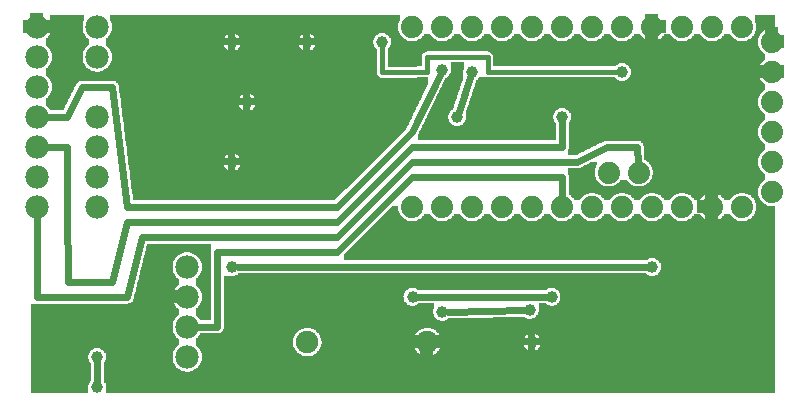
<source format=gbl>
G04 MADE WITH FRITZING*
G04 WWW.FRITZING.ORG*
G04 DOUBLE SIDED*
G04 HOLES PLATED*
G04 CONTOUR ON CENTER OF CONTOUR VECTOR*
%ASAXBY*%
%FSLAX23Y23*%
%MOIN*%
%OFA0B0*%
%SFA1.0B1.0*%
%ADD10C,0.075000*%
%ADD11C,0.039370*%
%ADD12C,0.078000*%
%ADD13C,0.074000*%
%ADD14C,0.024000*%
%ADD15C,0.016000*%
%LNCOPPER0*%
G90*
G70*
G54D10*
X153Y1214D03*
G54D11*
X960Y1210D03*
X2009Y1110D03*
X1210Y1210D03*
X710Y810D03*
X760Y1010D03*
X710Y1210D03*
X1409Y1117D03*
X1510Y1110D03*
X1810Y960D03*
X2110Y460D03*
X710Y460D03*
X1775Y360D03*
X1311Y360D03*
X1702Y316D03*
X1410Y310D03*
X1710Y210D03*
G54D10*
X1360Y210D03*
X960Y210D03*
G54D12*
X260Y1260D03*
X260Y1160D03*
X60Y1160D03*
X60Y1060D03*
X260Y960D03*
X60Y960D03*
X260Y860D03*
X60Y860D03*
X260Y760D03*
X60Y760D03*
X60Y660D03*
X60Y1260D03*
X260Y660D03*
G54D11*
X260Y60D03*
X260Y160D03*
G54D12*
X560Y260D03*
X560Y160D03*
X560Y460D03*
X560Y360D03*
G54D13*
X2510Y710D03*
X2510Y810D03*
X2510Y910D03*
X2510Y1010D03*
X2510Y1110D03*
X2510Y1210D03*
X2410Y660D03*
X2310Y660D03*
X2210Y660D03*
X2110Y660D03*
X2010Y660D03*
X2065Y775D03*
X1965Y775D03*
X1910Y660D03*
X1810Y660D03*
X1710Y660D03*
X1610Y660D03*
X1510Y660D03*
X1410Y660D03*
X1310Y660D03*
X1310Y1260D03*
X1410Y1260D03*
X1510Y1260D03*
X1610Y1260D03*
X1710Y1260D03*
X1810Y1260D03*
X1910Y1260D03*
X2010Y1260D03*
X2110Y1260D03*
X2210Y1260D03*
X2310Y1260D03*
X2410Y1260D03*
G54D11*
X1460Y960D03*
G54D14*
X59Y359D02*
X60Y630D01*
D02*
X360Y359D02*
X59Y359D01*
D02*
X409Y559D02*
X360Y359D01*
D02*
X1060Y559D02*
X409Y559D01*
D02*
X1309Y810D02*
X1060Y559D01*
D02*
X1859Y810D02*
X1309Y810D01*
D02*
X1960Y860D02*
X1859Y810D01*
D02*
X2059Y860D02*
X1960Y860D01*
D02*
X2063Y806D02*
X2059Y860D01*
G54D15*
D02*
X1360Y1110D02*
X1360Y1160D01*
D02*
X1561Y1110D02*
X1996Y1110D01*
D02*
X1561Y1160D02*
X1561Y1110D01*
D02*
X1360Y1160D02*
X1459Y1160D01*
D02*
X1459Y1160D02*
X1561Y1160D01*
D02*
X1210Y1109D02*
X1360Y1110D01*
D02*
X1210Y1196D02*
X1210Y1109D01*
G54D14*
D02*
X660Y260D02*
X590Y260D01*
D02*
X660Y510D02*
X660Y261D01*
D02*
X1060Y510D02*
X660Y510D01*
D02*
X1310Y760D02*
X1060Y510D01*
D02*
X1810Y760D02*
X1310Y760D01*
D02*
X1810Y691D02*
X1810Y760D01*
D02*
X1109Y461D02*
X2091Y460D01*
D02*
X729Y460D02*
X1109Y461D01*
D02*
X1756Y360D02*
X1330Y360D01*
D02*
X1683Y316D02*
X1428Y310D01*
D02*
X160Y859D02*
X90Y860D01*
D02*
X160Y960D02*
X90Y960D01*
D02*
X260Y79D02*
X260Y141D01*
D02*
X1709Y860D02*
X1310Y860D01*
D02*
X1310Y860D02*
X1060Y609D01*
D02*
X310Y410D02*
X161Y410D01*
D02*
X359Y609D02*
X310Y410D01*
D02*
X161Y410D02*
X160Y659D01*
D02*
X160Y659D02*
X160Y859D01*
D02*
X1060Y609D02*
X359Y609D01*
D02*
X1810Y860D02*
X1709Y860D01*
D02*
X1810Y941D02*
X1810Y860D01*
D02*
X1401Y1099D02*
X1310Y910D01*
D02*
X1310Y910D02*
X1310Y909D01*
D02*
X1310Y909D02*
X1060Y660D01*
D02*
X1060Y660D02*
X360Y660D01*
D02*
X210Y1059D02*
X160Y960D01*
D02*
X310Y1059D02*
X210Y1059D01*
D02*
X360Y660D02*
X310Y1059D01*
D02*
X1504Y1092D02*
X1466Y978D01*
G36*
X104Y1299D02*
X104Y1279D01*
X106Y1279D01*
X106Y1273D01*
X108Y1273D01*
X108Y1247D01*
X106Y1247D01*
X106Y1241D01*
X104Y1241D01*
X104Y1237D01*
X102Y1237D01*
X102Y1233D01*
X100Y1233D01*
X100Y1231D01*
X98Y1231D01*
X98Y1229D01*
X96Y1229D01*
X96Y1225D01*
X92Y1225D01*
X92Y1223D01*
X90Y1223D01*
X90Y1221D01*
X88Y1221D01*
X88Y1199D01*
X90Y1199D01*
X90Y1197D01*
X92Y1197D01*
X92Y1195D01*
X96Y1195D01*
X96Y1191D01*
X98Y1191D01*
X98Y1189D01*
X100Y1189D01*
X100Y1187D01*
X102Y1187D01*
X102Y1183D01*
X104Y1183D01*
X104Y1179D01*
X106Y1179D01*
X106Y1173D01*
X108Y1173D01*
X108Y1147D01*
X106Y1147D01*
X106Y1141D01*
X104Y1141D01*
X104Y1137D01*
X102Y1137D01*
X102Y1133D01*
X100Y1133D01*
X100Y1131D01*
X98Y1131D01*
X98Y1129D01*
X96Y1129D01*
X96Y1125D01*
X92Y1125D01*
X92Y1123D01*
X90Y1123D01*
X90Y1121D01*
X88Y1121D01*
X88Y1111D01*
X252Y1111D01*
X252Y1113D01*
X244Y1113D01*
X244Y1115D01*
X238Y1115D01*
X238Y1117D01*
X236Y1117D01*
X236Y1119D01*
X232Y1119D01*
X232Y1121D01*
X230Y1121D01*
X230Y1123D01*
X228Y1123D01*
X228Y1125D01*
X224Y1125D01*
X224Y1129D01*
X222Y1129D01*
X222Y1131D01*
X220Y1131D01*
X220Y1133D01*
X218Y1133D01*
X218Y1137D01*
X216Y1137D01*
X216Y1141D01*
X214Y1141D01*
X214Y1147D01*
X212Y1147D01*
X212Y1159D01*
X210Y1159D01*
X210Y1161D01*
X212Y1161D01*
X212Y1173D01*
X214Y1173D01*
X214Y1179D01*
X216Y1179D01*
X216Y1183D01*
X218Y1183D01*
X218Y1187D01*
X220Y1187D01*
X220Y1189D01*
X222Y1189D01*
X222Y1191D01*
X224Y1191D01*
X224Y1195D01*
X226Y1195D01*
X226Y1197D01*
X230Y1197D01*
X230Y1199D01*
X232Y1199D01*
X232Y1221D01*
X230Y1221D01*
X230Y1223D01*
X228Y1223D01*
X228Y1225D01*
X224Y1225D01*
X224Y1229D01*
X222Y1229D01*
X222Y1231D01*
X220Y1231D01*
X220Y1233D01*
X218Y1233D01*
X218Y1237D01*
X216Y1237D01*
X216Y1241D01*
X214Y1241D01*
X214Y1247D01*
X212Y1247D01*
X212Y1259D01*
X210Y1259D01*
X210Y1261D01*
X212Y1261D01*
X212Y1273D01*
X214Y1273D01*
X214Y1279D01*
X216Y1279D01*
X216Y1299D01*
X104Y1299D01*
G37*
D02*
G36*
X304Y1299D02*
X304Y1279D01*
X306Y1279D01*
X306Y1273D01*
X308Y1273D01*
X308Y1247D01*
X306Y1247D01*
X306Y1241D01*
X304Y1241D01*
X304Y1239D01*
X1220Y1239D01*
X1220Y1237D01*
X1224Y1237D01*
X1224Y1235D01*
X1228Y1235D01*
X1228Y1233D01*
X1230Y1233D01*
X1230Y1231D01*
X1232Y1231D01*
X1232Y1229D01*
X1234Y1229D01*
X1234Y1225D01*
X1236Y1225D01*
X1236Y1223D01*
X1238Y1223D01*
X1238Y1215D01*
X1240Y1215D01*
X1240Y1213D01*
X1302Y1213D01*
X1302Y1215D01*
X1294Y1215D01*
X1294Y1217D01*
X1290Y1217D01*
X1290Y1219D01*
X1286Y1219D01*
X1286Y1221D01*
X1282Y1221D01*
X1282Y1223D01*
X1280Y1223D01*
X1280Y1225D01*
X1278Y1225D01*
X1278Y1227D01*
X1276Y1227D01*
X1276Y1229D01*
X1274Y1229D01*
X1274Y1231D01*
X1272Y1231D01*
X1272Y1233D01*
X1270Y1233D01*
X1270Y1237D01*
X1268Y1237D01*
X1268Y1241D01*
X1266Y1241D01*
X1266Y1247D01*
X1264Y1247D01*
X1264Y1259D01*
X1262Y1259D01*
X1262Y1261D01*
X1264Y1261D01*
X1264Y1273D01*
X1266Y1273D01*
X1266Y1279D01*
X1268Y1279D01*
X1268Y1299D01*
X304Y1299D01*
G37*
D02*
G36*
X2452Y1299D02*
X2452Y1279D01*
X2454Y1279D01*
X2454Y1273D01*
X2456Y1273D01*
X2456Y1247D01*
X2454Y1247D01*
X2454Y1241D01*
X2452Y1241D01*
X2452Y1237D01*
X2450Y1237D01*
X2450Y1235D01*
X2448Y1235D01*
X2448Y1231D01*
X2446Y1231D01*
X2446Y1229D01*
X2444Y1229D01*
X2444Y1227D01*
X2442Y1227D01*
X2442Y1225D01*
X2440Y1225D01*
X2440Y1223D01*
X2438Y1223D01*
X2438Y1221D01*
X2434Y1221D01*
X2434Y1219D01*
X2430Y1219D01*
X2430Y1217D01*
X2426Y1217D01*
X2426Y1215D01*
X2418Y1215D01*
X2418Y1213D01*
X2464Y1213D01*
X2464Y1223D01*
X2466Y1223D01*
X2466Y1229D01*
X2468Y1229D01*
X2468Y1233D01*
X2470Y1233D01*
X2470Y1237D01*
X2472Y1237D01*
X2472Y1239D01*
X2474Y1239D01*
X2474Y1241D01*
X2476Y1241D01*
X2476Y1243D01*
X2478Y1243D01*
X2478Y1245D01*
X2480Y1245D01*
X2480Y1247D01*
X2482Y1247D01*
X2482Y1249D01*
X2486Y1249D01*
X2486Y1251D01*
X2490Y1251D01*
X2490Y1253D01*
X2494Y1253D01*
X2494Y1255D01*
X2500Y1255D01*
X2500Y1257D01*
X2518Y1257D01*
X2518Y1299D01*
X2452Y1299D01*
G37*
D02*
G36*
X304Y1239D02*
X304Y1237D01*
X302Y1237D01*
X302Y1233D01*
X300Y1233D01*
X300Y1231D01*
X298Y1231D01*
X298Y1229D01*
X296Y1229D01*
X296Y1225D01*
X292Y1225D01*
X292Y1223D01*
X290Y1223D01*
X290Y1221D01*
X288Y1221D01*
X288Y1199D01*
X290Y1199D01*
X290Y1197D01*
X292Y1197D01*
X292Y1195D01*
X296Y1195D01*
X296Y1191D01*
X298Y1191D01*
X298Y1189D01*
X300Y1189D01*
X300Y1187D01*
X302Y1187D01*
X302Y1183D01*
X304Y1183D01*
X304Y1181D01*
X700Y1181D01*
X700Y1183D01*
X696Y1183D01*
X696Y1185D01*
X692Y1185D01*
X692Y1187D01*
X690Y1187D01*
X690Y1189D01*
X688Y1189D01*
X688Y1191D01*
X686Y1191D01*
X686Y1195D01*
X684Y1195D01*
X684Y1197D01*
X682Y1197D01*
X682Y1203D01*
X680Y1203D01*
X680Y1217D01*
X682Y1217D01*
X682Y1223D01*
X684Y1223D01*
X684Y1225D01*
X686Y1225D01*
X686Y1229D01*
X688Y1229D01*
X688Y1231D01*
X690Y1231D01*
X690Y1233D01*
X692Y1233D01*
X692Y1235D01*
X696Y1235D01*
X696Y1237D01*
X700Y1237D01*
X700Y1239D01*
X304Y1239D01*
G37*
D02*
G36*
X720Y1239D02*
X720Y1237D01*
X724Y1237D01*
X724Y1235D01*
X728Y1235D01*
X728Y1233D01*
X730Y1233D01*
X730Y1231D01*
X732Y1231D01*
X732Y1229D01*
X734Y1229D01*
X734Y1225D01*
X736Y1225D01*
X736Y1223D01*
X738Y1223D01*
X738Y1215D01*
X740Y1215D01*
X740Y1205D01*
X738Y1205D01*
X738Y1199D01*
X736Y1199D01*
X736Y1195D01*
X734Y1195D01*
X734Y1191D01*
X732Y1191D01*
X732Y1189D01*
X730Y1189D01*
X730Y1187D01*
X728Y1187D01*
X728Y1185D01*
X724Y1185D01*
X724Y1183D01*
X720Y1183D01*
X720Y1181D01*
X950Y1181D01*
X950Y1183D01*
X946Y1183D01*
X946Y1185D01*
X942Y1185D01*
X942Y1187D01*
X940Y1187D01*
X940Y1189D01*
X938Y1189D01*
X938Y1191D01*
X936Y1191D01*
X936Y1195D01*
X934Y1195D01*
X934Y1197D01*
X932Y1197D01*
X932Y1203D01*
X930Y1203D01*
X930Y1217D01*
X932Y1217D01*
X932Y1223D01*
X934Y1223D01*
X934Y1225D01*
X936Y1225D01*
X936Y1229D01*
X938Y1229D01*
X938Y1231D01*
X940Y1231D01*
X940Y1233D01*
X942Y1233D01*
X942Y1235D01*
X946Y1235D01*
X946Y1237D01*
X950Y1237D01*
X950Y1239D01*
X720Y1239D01*
G37*
D02*
G36*
X970Y1239D02*
X970Y1237D01*
X974Y1237D01*
X974Y1235D01*
X978Y1235D01*
X978Y1233D01*
X980Y1233D01*
X980Y1231D01*
X982Y1231D01*
X982Y1229D01*
X984Y1229D01*
X984Y1225D01*
X986Y1225D01*
X986Y1223D01*
X988Y1223D01*
X988Y1215D01*
X990Y1215D01*
X990Y1205D01*
X988Y1205D01*
X988Y1199D01*
X986Y1199D01*
X986Y1195D01*
X984Y1195D01*
X984Y1191D01*
X982Y1191D01*
X982Y1189D01*
X980Y1189D01*
X980Y1187D01*
X978Y1187D01*
X978Y1185D01*
X974Y1185D01*
X974Y1183D01*
X970Y1183D01*
X970Y1181D01*
X1192Y1181D01*
X1192Y1187D01*
X1190Y1187D01*
X1190Y1189D01*
X1188Y1189D01*
X1188Y1191D01*
X1186Y1191D01*
X1186Y1195D01*
X1184Y1195D01*
X1184Y1197D01*
X1182Y1197D01*
X1182Y1203D01*
X1180Y1203D01*
X1180Y1217D01*
X1182Y1217D01*
X1182Y1223D01*
X1184Y1223D01*
X1184Y1225D01*
X1186Y1225D01*
X1186Y1229D01*
X1188Y1229D01*
X1188Y1231D01*
X1190Y1231D01*
X1190Y1233D01*
X1192Y1233D01*
X1192Y1235D01*
X1196Y1235D01*
X1196Y1237D01*
X1200Y1237D01*
X1200Y1239D01*
X970Y1239D01*
G37*
D02*
G36*
X1350Y1237D02*
X1350Y1235D01*
X1348Y1235D01*
X1348Y1231D01*
X1346Y1231D01*
X1346Y1229D01*
X1344Y1229D01*
X1344Y1227D01*
X1342Y1227D01*
X1342Y1225D01*
X1340Y1225D01*
X1340Y1223D01*
X1338Y1223D01*
X1338Y1221D01*
X1334Y1221D01*
X1334Y1219D01*
X1330Y1219D01*
X1330Y1217D01*
X1326Y1217D01*
X1326Y1215D01*
X1318Y1215D01*
X1318Y1213D01*
X1402Y1213D01*
X1402Y1215D01*
X1394Y1215D01*
X1394Y1217D01*
X1390Y1217D01*
X1390Y1219D01*
X1386Y1219D01*
X1386Y1221D01*
X1382Y1221D01*
X1382Y1223D01*
X1380Y1223D01*
X1380Y1225D01*
X1378Y1225D01*
X1378Y1227D01*
X1376Y1227D01*
X1376Y1229D01*
X1374Y1229D01*
X1374Y1231D01*
X1372Y1231D01*
X1372Y1233D01*
X1370Y1233D01*
X1370Y1237D01*
X1350Y1237D01*
G37*
D02*
G36*
X1450Y1237D02*
X1450Y1235D01*
X1448Y1235D01*
X1448Y1231D01*
X1446Y1231D01*
X1446Y1229D01*
X1444Y1229D01*
X1444Y1227D01*
X1442Y1227D01*
X1442Y1225D01*
X1440Y1225D01*
X1440Y1223D01*
X1438Y1223D01*
X1438Y1221D01*
X1434Y1221D01*
X1434Y1219D01*
X1430Y1219D01*
X1430Y1217D01*
X1426Y1217D01*
X1426Y1215D01*
X1418Y1215D01*
X1418Y1213D01*
X1502Y1213D01*
X1502Y1215D01*
X1494Y1215D01*
X1494Y1217D01*
X1490Y1217D01*
X1490Y1219D01*
X1486Y1219D01*
X1486Y1221D01*
X1482Y1221D01*
X1482Y1223D01*
X1480Y1223D01*
X1480Y1225D01*
X1478Y1225D01*
X1478Y1227D01*
X1476Y1227D01*
X1476Y1229D01*
X1474Y1229D01*
X1474Y1231D01*
X1472Y1231D01*
X1472Y1233D01*
X1470Y1233D01*
X1470Y1237D01*
X1450Y1237D01*
G37*
D02*
G36*
X1550Y1237D02*
X1550Y1235D01*
X1548Y1235D01*
X1548Y1231D01*
X1546Y1231D01*
X1546Y1229D01*
X1544Y1229D01*
X1544Y1227D01*
X1542Y1227D01*
X1542Y1225D01*
X1540Y1225D01*
X1540Y1223D01*
X1538Y1223D01*
X1538Y1221D01*
X1534Y1221D01*
X1534Y1219D01*
X1530Y1219D01*
X1530Y1217D01*
X1526Y1217D01*
X1526Y1215D01*
X1518Y1215D01*
X1518Y1213D01*
X1602Y1213D01*
X1602Y1215D01*
X1594Y1215D01*
X1594Y1217D01*
X1590Y1217D01*
X1590Y1219D01*
X1586Y1219D01*
X1586Y1221D01*
X1582Y1221D01*
X1582Y1223D01*
X1580Y1223D01*
X1580Y1225D01*
X1578Y1225D01*
X1578Y1227D01*
X1576Y1227D01*
X1576Y1229D01*
X1574Y1229D01*
X1574Y1231D01*
X1572Y1231D01*
X1572Y1233D01*
X1570Y1233D01*
X1570Y1237D01*
X1550Y1237D01*
G37*
D02*
G36*
X1650Y1237D02*
X1650Y1235D01*
X1648Y1235D01*
X1648Y1231D01*
X1646Y1231D01*
X1646Y1229D01*
X1644Y1229D01*
X1644Y1227D01*
X1642Y1227D01*
X1642Y1225D01*
X1640Y1225D01*
X1640Y1223D01*
X1638Y1223D01*
X1638Y1221D01*
X1634Y1221D01*
X1634Y1219D01*
X1630Y1219D01*
X1630Y1217D01*
X1626Y1217D01*
X1626Y1215D01*
X1618Y1215D01*
X1618Y1213D01*
X1702Y1213D01*
X1702Y1215D01*
X1694Y1215D01*
X1694Y1217D01*
X1690Y1217D01*
X1690Y1219D01*
X1686Y1219D01*
X1686Y1221D01*
X1682Y1221D01*
X1682Y1223D01*
X1680Y1223D01*
X1680Y1225D01*
X1678Y1225D01*
X1678Y1227D01*
X1676Y1227D01*
X1676Y1229D01*
X1674Y1229D01*
X1674Y1231D01*
X1672Y1231D01*
X1672Y1233D01*
X1670Y1233D01*
X1670Y1237D01*
X1650Y1237D01*
G37*
D02*
G36*
X1750Y1237D02*
X1750Y1235D01*
X1748Y1235D01*
X1748Y1231D01*
X1746Y1231D01*
X1746Y1229D01*
X1744Y1229D01*
X1744Y1227D01*
X1742Y1227D01*
X1742Y1225D01*
X1740Y1225D01*
X1740Y1223D01*
X1738Y1223D01*
X1738Y1221D01*
X1734Y1221D01*
X1734Y1219D01*
X1730Y1219D01*
X1730Y1217D01*
X1726Y1217D01*
X1726Y1215D01*
X1718Y1215D01*
X1718Y1213D01*
X1802Y1213D01*
X1802Y1215D01*
X1794Y1215D01*
X1794Y1217D01*
X1790Y1217D01*
X1790Y1219D01*
X1786Y1219D01*
X1786Y1221D01*
X1782Y1221D01*
X1782Y1223D01*
X1780Y1223D01*
X1780Y1225D01*
X1778Y1225D01*
X1778Y1227D01*
X1776Y1227D01*
X1776Y1229D01*
X1774Y1229D01*
X1774Y1231D01*
X1772Y1231D01*
X1772Y1233D01*
X1770Y1233D01*
X1770Y1237D01*
X1750Y1237D01*
G37*
D02*
G36*
X1850Y1237D02*
X1850Y1235D01*
X1848Y1235D01*
X1848Y1231D01*
X1846Y1231D01*
X1846Y1229D01*
X1844Y1229D01*
X1844Y1227D01*
X1842Y1227D01*
X1842Y1225D01*
X1840Y1225D01*
X1840Y1223D01*
X1838Y1223D01*
X1838Y1221D01*
X1834Y1221D01*
X1834Y1219D01*
X1830Y1219D01*
X1830Y1217D01*
X1826Y1217D01*
X1826Y1215D01*
X1818Y1215D01*
X1818Y1213D01*
X1902Y1213D01*
X1902Y1215D01*
X1894Y1215D01*
X1894Y1217D01*
X1890Y1217D01*
X1890Y1219D01*
X1886Y1219D01*
X1886Y1221D01*
X1882Y1221D01*
X1882Y1223D01*
X1880Y1223D01*
X1880Y1225D01*
X1878Y1225D01*
X1878Y1227D01*
X1876Y1227D01*
X1876Y1229D01*
X1874Y1229D01*
X1874Y1231D01*
X1872Y1231D01*
X1872Y1233D01*
X1870Y1233D01*
X1870Y1237D01*
X1850Y1237D01*
G37*
D02*
G36*
X1950Y1237D02*
X1950Y1235D01*
X1948Y1235D01*
X1948Y1231D01*
X1946Y1231D01*
X1946Y1229D01*
X1944Y1229D01*
X1944Y1227D01*
X1942Y1227D01*
X1942Y1225D01*
X1940Y1225D01*
X1940Y1223D01*
X1938Y1223D01*
X1938Y1221D01*
X1934Y1221D01*
X1934Y1219D01*
X1930Y1219D01*
X1930Y1217D01*
X1926Y1217D01*
X1926Y1215D01*
X1918Y1215D01*
X1918Y1213D01*
X2002Y1213D01*
X2002Y1215D01*
X1994Y1215D01*
X1994Y1217D01*
X1990Y1217D01*
X1990Y1219D01*
X1986Y1219D01*
X1986Y1221D01*
X1982Y1221D01*
X1982Y1223D01*
X1980Y1223D01*
X1980Y1225D01*
X1978Y1225D01*
X1978Y1227D01*
X1976Y1227D01*
X1976Y1229D01*
X1974Y1229D01*
X1974Y1231D01*
X1972Y1231D01*
X1972Y1233D01*
X1970Y1233D01*
X1970Y1237D01*
X1950Y1237D01*
G37*
D02*
G36*
X2050Y1237D02*
X2050Y1235D01*
X2048Y1235D01*
X2048Y1231D01*
X2046Y1231D01*
X2046Y1229D01*
X2044Y1229D01*
X2044Y1227D01*
X2042Y1227D01*
X2042Y1225D01*
X2040Y1225D01*
X2040Y1223D01*
X2038Y1223D01*
X2038Y1221D01*
X2034Y1221D01*
X2034Y1219D01*
X2030Y1219D01*
X2030Y1217D01*
X2026Y1217D01*
X2026Y1215D01*
X2018Y1215D01*
X2018Y1213D01*
X2102Y1213D01*
X2102Y1215D01*
X2094Y1215D01*
X2094Y1217D01*
X2090Y1217D01*
X2090Y1219D01*
X2086Y1219D01*
X2086Y1221D01*
X2082Y1221D01*
X2082Y1223D01*
X2080Y1223D01*
X2080Y1225D01*
X2078Y1225D01*
X2078Y1227D01*
X2076Y1227D01*
X2076Y1229D01*
X2074Y1229D01*
X2074Y1231D01*
X2072Y1231D01*
X2072Y1233D01*
X2070Y1233D01*
X2070Y1237D01*
X2050Y1237D01*
G37*
D02*
G36*
X2150Y1237D02*
X2150Y1235D01*
X2148Y1235D01*
X2148Y1231D01*
X2146Y1231D01*
X2146Y1229D01*
X2144Y1229D01*
X2144Y1227D01*
X2142Y1227D01*
X2142Y1225D01*
X2140Y1225D01*
X2140Y1223D01*
X2138Y1223D01*
X2138Y1221D01*
X2134Y1221D01*
X2134Y1219D01*
X2130Y1219D01*
X2130Y1217D01*
X2126Y1217D01*
X2126Y1215D01*
X2118Y1215D01*
X2118Y1213D01*
X2202Y1213D01*
X2202Y1215D01*
X2194Y1215D01*
X2194Y1217D01*
X2190Y1217D01*
X2190Y1219D01*
X2186Y1219D01*
X2186Y1221D01*
X2182Y1221D01*
X2182Y1223D01*
X2180Y1223D01*
X2180Y1225D01*
X2178Y1225D01*
X2178Y1227D01*
X2176Y1227D01*
X2176Y1229D01*
X2174Y1229D01*
X2174Y1231D01*
X2172Y1231D01*
X2172Y1233D01*
X2170Y1233D01*
X2170Y1237D01*
X2150Y1237D01*
G37*
D02*
G36*
X2250Y1237D02*
X2250Y1235D01*
X2248Y1235D01*
X2248Y1231D01*
X2246Y1231D01*
X2246Y1229D01*
X2244Y1229D01*
X2244Y1227D01*
X2242Y1227D01*
X2242Y1225D01*
X2240Y1225D01*
X2240Y1223D01*
X2238Y1223D01*
X2238Y1221D01*
X2234Y1221D01*
X2234Y1219D01*
X2230Y1219D01*
X2230Y1217D01*
X2226Y1217D01*
X2226Y1215D01*
X2218Y1215D01*
X2218Y1213D01*
X2302Y1213D01*
X2302Y1215D01*
X2294Y1215D01*
X2294Y1217D01*
X2290Y1217D01*
X2290Y1219D01*
X2286Y1219D01*
X2286Y1221D01*
X2282Y1221D01*
X2282Y1223D01*
X2280Y1223D01*
X2280Y1225D01*
X2278Y1225D01*
X2278Y1227D01*
X2276Y1227D01*
X2276Y1229D01*
X2274Y1229D01*
X2274Y1231D01*
X2272Y1231D01*
X2272Y1233D01*
X2270Y1233D01*
X2270Y1237D01*
X2250Y1237D01*
G37*
D02*
G36*
X2350Y1237D02*
X2350Y1235D01*
X2348Y1235D01*
X2348Y1231D01*
X2346Y1231D01*
X2346Y1229D01*
X2344Y1229D01*
X2344Y1227D01*
X2342Y1227D01*
X2342Y1225D01*
X2340Y1225D01*
X2340Y1223D01*
X2338Y1223D01*
X2338Y1221D01*
X2334Y1221D01*
X2334Y1219D01*
X2330Y1219D01*
X2330Y1217D01*
X2326Y1217D01*
X2326Y1215D01*
X2318Y1215D01*
X2318Y1213D01*
X2402Y1213D01*
X2402Y1215D01*
X2394Y1215D01*
X2394Y1217D01*
X2390Y1217D01*
X2390Y1219D01*
X2386Y1219D01*
X2386Y1221D01*
X2382Y1221D01*
X2382Y1223D01*
X2380Y1223D01*
X2380Y1225D01*
X2378Y1225D01*
X2378Y1227D01*
X2376Y1227D01*
X2376Y1229D01*
X2374Y1229D01*
X2374Y1231D01*
X2372Y1231D01*
X2372Y1233D01*
X2370Y1233D01*
X2370Y1237D01*
X2350Y1237D01*
G37*
D02*
G36*
X1240Y1213D02*
X1240Y1211D01*
X2464Y1211D01*
X2464Y1213D01*
X1240Y1213D01*
G37*
D02*
G36*
X1240Y1213D02*
X1240Y1211D01*
X2464Y1211D01*
X2464Y1213D01*
X1240Y1213D01*
G37*
D02*
G36*
X1240Y1213D02*
X1240Y1211D01*
X2464Y1211D01*
X2464Y1213D01*
X1240Y1213D01*
G37*
D02*
G36*
X1240Y1213D02*
X1240Y1211D01*
X2464Y1211D01*
X2464Y1213D01*
X1240Y1213D01*
G37*
D02*
G36*
X1240Y1213D02*
X1240Y1211D01*
X2464Y1211D01*
X2464Y1213D01*
X1240Y1213D01*
G37*
D02*
G36*
X1240Y1213D02*
X1240Y1211D01*
X2464Y1211D01*
X2464Y1213D01*
X1240Y1213D01*
G37*
D02*
G36*
X1240Y1213D02*
X1240Y1211D01*
X2464Y1211D01*
X2464Y1213D01*
X1240Y1213D01*
G37*
D02*
G36*
X1240Y1213D02*
X1240Y1211D01*
X2464Y1211D01*
X2464Y1213D01*
X1240Y1213D01*
G37*
D02*
G36*
X1240Y1213D02*
X1240Y1211D01*
X2464Y1211D01*
X2464Y1213D01*
X1240Y1213D01*
G37*
D02*
G36*
X1240Y1213D02*
X1240Y1211D01*
X2464Y1211D01*
X2464Y1213D01*
X1240Y1213D01*
G37*
D02*
G36*
X1240Y1213D02*
X1240Y1211D01*
X2464Y1211D01*
X2464Y1213D01*
X1240Y1213D01*
G37*
D02*
G36*
X1240Y1213D02*
X1240Y1211D01*
X2464Y1211D01*
X2464Y1213D01*
X1240Y1213D01*
G37*
D02*
G36*
X1240Y1213D02*
X1240Y1211D01*
X2464Y1211D01*
X2464Y1213D01*
X1240Y1213D01*
G37*
D02*
G36*
X1240Y1211D02*
X1240Y1205D01*
X1238Y1205D01*
X1238Y1199D01*
X1236Y1199D01*
X1236Y1195D01*
X1234Y1195D01*
X1234Y1191D01*
X1232Y1191D01*
X1232Y1189D01*
X1230Y1189D01*
X1230Y1187D01*
X1228Y1187D01*
X1228Y1179D01*
X1562Y1179D01*
X1562Y1177D01*
X1568Y1177D01*
X1568Y1175D01*
X1572Y1175D01*
X1572Y1173D01*
X1574Y1173D01*
X1574Y1171D01*
X1576Y1171D01*
X1576Y1167D01*
X1578Y1167D01*
X1578Y1139D01*
X2020Y1139D01*
X2020Y1137D01*
X2024Y1137D01*
X2024Y1135D01*
X2028Y1135D01*
X2028Y1133D01*
X2030Y1133D01*
X2030Y1131D01*
X2032Y1131D01*
X2032Y1129D01*
X2034Y1129D01*
X2034Y1125D01*
X2036Y1125D01*
X2036Y1121D01*
X2038Y1121D01*
X2038Y1111D01*
X2040Y1111D01*
X2040Y1109D01*
X2038Y1109D01*
X2038Y1099D01*
X2036Y1099D01*
X2036Y1095D01*
X2034Y1095D01*
X2034Y1093D01*
X2032Y1093D01*
X2032Y1089D01*
X2028Y1089D01*
X2028Y1087D01*
X2026Y1087D01*
X2026Y1085D01*
X2022Y1085D01*
X2022Y1083D01*
X2018Y1083D01*
X2018Y1081D01*
X2472Y1081D01*
X2472Y1083D01*
X2470Y1083D01*
X2470Y1087D01*
X2468Y1087D01*
X2468Y1091D01*
X2466Y1091D01*
X2466Y1097D01*
X2464Y1097D01*
X2464Y1109D01*
X2462Y1109D01*
X2462Y1111D01*
X2464Y1111D01*
X2464Y1123D01*
X2466Y1123D01*
X2466Y1129D01*
X2468Y1129D01*
X2468Y1133D01*
X2470Y1133D01*
X2470Y1137D01*
X2472Y1137D01*
X2472Y1139D01*
X2474Y1139D01*
X2474Y1141D01*
X2476Y1141D01*
X2476Y1143D01*
X2478Y1143D01*
X2478Y1145D01*
X2480Y1145D01*
X2480Y1147D01*
X2482Y1147D01*
X2482Y1149D01*
X2486Y1149D01*
X2486Y1171D01*
X2482Y1171D01*
X2482Y1173D01*
X2480Y1173D01*
X2480Y1175D01*
X2478Y1175D01*
X2478Y1177D01*
X2476Y1177D01*
X2476Y1179D01*
X2474Y1179D01*
X2474Y1181D01*
X2472Y1181D01*
X2472Y1183D01*
X2470Y1183D01*
X2470Y1187D01*
X2468Y1187D01*
X2468Y1191D01*
X2466Y1191D01*
X2466Y1197D01*
X2464Y1197D01*
X2464Y1209D01*
X2462Y1209D01*
X2462Y1211D01*
X1240Y1211D01*
G37*
D02*
G36*
X304Y1181D02*
X304Y1179D01*
X1192Y1179D01*
X1192Y1181D01*
X304Y1181D01*
G37*
D02*
G36*
X304Y1181D02*
X304Y1179D01*
X1192Y1179D01*
X1192Y1181D01*
X304Y1181D01*
G37*
D02*
G36*
X304Y1181D02*
X304Y1179D01*
X1192Y1179D01*
X1192Y1181D01*
X304Y1181D01*
G37*
D02*
G36*
X306Y1179D02*
X306Y1173D01*
X308Y1173D01*
X308Y1147D01*
X306Y1147D01*
X306Y1141D01*
X304Y1141D01*
X304Y1137D01*
X302Y1137D01*
X302Y1133D01*
X300Y1133D01*
X300Y1131D01*
X298Y1131D01*
X298Y1129D01*
X296Y1129D01*
X296Y1125D01*
X292Y1125D01*
X292Y1123D01*
X290Y1123D01*
X290Y1121D01*
X288Y1121D01*
X288Y1119D01*
X284Y1119D01*
X284Y1117D01*
X280Y1117D01*
X280Y1115D01*
X276Y1115D01*
X276Y1113D01*
X268Y1113D01*
X268Y1111D01*
X1192Y1111D01*
X1192Y1179D01*
X306Y1179D01*
G37*
D02*
G36*
X1228Y1179D02*
X1228Y1127D01*
X1326Y1127D01*
X1326Y1129D01*
X1342Y1129D01*
X1342Y1167D01*
X1344Y1167D01*
X1344Y1171D01*
X1346Y1171D01*
X1346Y1173D01*
X1348Y1173D01*
X1348Y1175D01*
X1352Y1175D01*
X1352Y1177D01*
X1358Y1177D01*
X1358Y1179D01*
X1228Y1179D01*
G37*
D02*
G36*
X1438Y1143D02*
X1438Y1107D01*
X1436Y1107D01*
X1436Y1103D01*
X1434Y1103D01*
X1434Y1099D01*
X1432Y1099D01*
X1432Y1097D01*
X1430Y1097D01*
X1430Y1095D01*
X1428Y1095D01*
X1428Y1093D01*
X1426Y1093D01*
X1426Y1091D01*
X1422Y1091D01*
X1422Y1089D01*
X1420Y1089D01*
X1420Y1087D01*
X1418Y1087D01*
X1418Y1083D01*
X1416Y1083D01*
X1416Y1077D01*
X1414Y1077D01*
X1414Y1073D01*
X1412Y1073D01*
X1412Y1069D01*
X1410Y1069D01*
X1410Y1065D01*
X1408Y1065D01*
X1408Y1061D01*
X1406Y1061D01*
X1406Y1057D01*
X1404Y1057D01*
X1404Y1053D01*
X1402Y1053D01*
X1402Y1049D01*
X1400Y1049D01*
X1400Y1045D01*
X1398Y1045D01*
X1398Y1041D01*
X1396Y1041D01*
X1396Y1037D01*
X1394Y1037D01*
X1394Y1033D01*
X1392Y1033D01*
X1392Y1029D01*
X1390Y1029D01*
X1390Y1025D01*
X1388Y1025D01*
X1388Y1019D01*
X1386Y1019D01*
X1386Y1015D01*
X1384Y1015D01*
X1384Y1011D01*
X1382Y1011D01*
X1382Y1007D01*
X1380Y1007D01*
X1380Y1003D01*
X1378Y1003D01*
X1378Y999D01*
X1376Y999D01*
X1376Y995D01*
X1374Y995D01*
X1374Y991D01*
X1372Y991D01*
X1372Y987D01*
X1370Y987D01*
X1370Y983D01*
X1368Y983D01*
X1368Y979D01*
X1366Y979D01*
X1366Y975D01*
X1364Y975D01*
X1364Y971D01*
X1362Y971D01*
X1362Y967D01*
X1360Y967D01*
X1360Y963D01*
X1358Y963D01*
X1358Y957D01*
X1356Y957D01*
X1356Y953D01*
X1354Y953D01*
X1354Y949D01*
X1352Y949D01*
X1352Y945D01*
X1350Y945D01*
X1350Y941D01*
X1348Y941D01*
X1348Y937D01*
X1346Y937D01*
X1346Y933D01*
X1344Y933D01*
X1344Y931D01*
X1450Y931D01*
X1450Y933D01*
X1446Y933D01*
X1446Y935D01*
X1442Y935D01*
X1442Y937D01*
X1440Y937D01*
X1440Y939D01*
X1438Y939D01*
X1438Y941D01*
X1436Y941D01*
X1436Y945D01*
X1434Y945D01*
X1434Y947D01*
X1432Y947D01*
X1432Y953D01*
X1430Y953D01*
X1430Y967D01*
X1432Y967D01*
X1432Y973D01*
X1434Y973D01*
X1434Y975D01*
X1436Y975D01*
X1436Y979D01*
X1438Y979D01*
X1438Y981D01*
X1440Y981D01*
X1440Y983D01*
X1442Y983D01*
X1442Y985D01*
X1446Y985D01*
X1446Y991D01*
X1448Y991D01*
X1448Y997D01*
X1450Y997D01*
X1450Y1003D01*
X1452Y1003D01*
X1452Y1009D01*
X1454Y1009D01*
X1454Y1015D01*
X1456Y1015D01*
X1456Y1021D01*
X1458Y1021D01*
X1458Y1027D01*
X1460Y1027D01*
X1460Y1033D01*
X1462Y1033D01*
X1462Y1039D01*
X1464Y1039D01*
X1464Y1045D01*
X1466Y1045D01*
X1466Y1051D01*
X1468Y1051D01*
X1468Y1057D01*
X1470Y1057D01*
X1470Y1063D01*
X1472Y1063D01*
X1472Y1069D01*
X1474Y1069D01*
X1474Y1075D01*
X1476Y1075D01*
X1476Y1081D01*
X1478Y1081D01*
X1478Y1087D01*
X1480Y1087D01*
X1480Y1117D01*
X1482Y1117D01*
X1482Y1123D01*
X1484Y1123D01*
X1484Y1143D01*
X1438Y1143D01*
G37*
D02*
G36*
X1578Y1139D02*
X1578Y1129D01*
X1988Y1129D01*
X1988Y1131D01*
X1990Y1131D01*
X1990Y1133D01*
X1992Y1133D01*
X1992Y1135D01*
X1996Y1135D01*
X1996Y1137D01*
X2000Y1137D01*
X2000Y1139D01*
X1578Y1139D01*
G37*
D02*
G36*
X88Y1111D02*
X88Y1109D01*
X1192Y1109D01*
X1192Y1111D01*
X88Y1111D01*
G37*
D02*
G36*
X88Y1111D02*
X88Y1109D01*
X1192Y1109D01*
X1192Y1111D01*
X88Y1111D01*
G37*
D02*
G36*
X88Y1109D02*
X88Y1099D01*
X90Y1099D01*
X90Y1097D01*
X92Y1097D01*
X92Y1095D01*
X96Y1095D01*
X96Y1091D01*
X1204Y1091D01*
X1204Y1093D01*
X1200Y1093D01*
X1200Y1095D01*
X1198Y1095D01*
X1198Y1097D01*
X1196Y1097D01*
X1196Y1099D01*
X1194Y1099D01*
X1194Y1103D01*
X1192Y1103D01*
X1192Y1109D01*
X88Y1109D01*
G37*
D02*
G36*
X1326Y1093D02*
X1326Y1091D01*
X1364Y1091D01*
X1364Y1093D01*
X1326Y1093D01*
G37*
D02*
G36*
X1534Y1093D02*
X1534Y1091D01*
X1532Y1091D01*
X1532Y1089D01*
X1530Y1089D01*
X1530Y1087D01*
X1528Y1087D01*
X1528Y1085D01*
X1524Y1085D01*
X1524Y1081D01*
X2000Y1081D01*
X2000Y1083D01*
X1996Y1083D01*
X1996Y1085D01*
X1992Y1085D01*
X1992Y1087D01*
X1990Y1087D01*
X1990Y1089D01*
X1988Y1089D01*
X1988Y1091D01*
X1986Y1091D01*
X1986Y1093D01*
X1534Y1093D01*
G37*
D02*
G36*
X98Y1091D02*
X98Y1089D01*
X1364Y1089D01*
X1364Y1091D01*
X98Y1091D01*
G37*
D02*
G36*
X98Y1091D02*
X98Y1089D01*
X1364Y1089D01*
X1364Y1091D01*
X98Y1091D01*
G37*
D02*
G36*
X100Y1089D02*
X100Y1087D01*
X102Y1087D01*
X102Y1083D01*
X104Y1083D01*
X104Y1081D01*
X318Y1081D01*
X318Y1079D01*
X322Y1079D01*
X322Y1077D01*
X324Y1077D01*
X324Y1075D01*
X326Y1075D01*
X326Y1073D01*
X328Y1073D01*
X328Y1071D01*
X330Y1071D01*
X330Y1067D01*
X332Y1067D01*
X332Y1055D01*
X334Y1055D01*
X334Y1039D01*
X770Y1039D01*
X770Y1037D01*
X774Y1037D01*
X774Y1035D01*
X778Y1035D01*
X778Y1033D01*
X780Y1033D01*
X780Y1031D01*
X782Y1031D01*
X782Y1029D01*
X784Y1029D01*
X784Y1025D01*
X786Y1025D01*
X786Y1023D01*
X788Y1023D01*
X788Y1015D01*
X790Y1015D01*
X790Y1005D01*
X788Y1005D01*
X788Y999D01*
X786Y999D01*
X786Y995D01*
X784Y995D01*
X784Y991D01*
X782Y991D01*
X782Y989D01*
X780Y989D01*
X780Y987D01*
X778Y987D01*
X778Y985D01*
X774Y985D01*
X774Y983D01*
X770Y983D01*
X770Y981D01*
X1320Y981D01*
X1320Y985D01*
X1322Y985D01*
X1322Y989D01*
X1324Y989D01*
X1324Y993D01*
X1326Y993D01*
X1326Y997D01*
X1328Y997D01*
X1328Y1001D01*
X1330Y1001D01*
X1330Y1005D01*
X1332Y1005D01*
X1332Y1009D01*
X1334Y1009D01*
X1334Y1013D01*
X1336Y1013D01*
X1336Y1017D01*
X1338Y1017D01*
X1338Y1021D01*
X1340Y1021D01*
X1340Y1025D01*
X1342Y1025D01*
X1342Y1031D01*
X1344Y1031D01*
X1344Y1035D01*
X1346Y1035D01*
X1346Y1039D01*
X1348Y1039D01*
X1348Y1043D01*
X1350Y1043D01*
X1350Y1047D01*
X1352Y1047D01*
X1352Y1051D01*
X1354Y1051D01*
X1354Y1055D01*
X1356Y1055D01*
X1356Y1059D01*
X1358Y1059D01*
X1358Y1063D01*
X1360Y1063D01*
X1360Y1067D01*
X1362Y1067D01*
X1362Y1071D01*
X1364Y1071D01*
X1364Y1089D01*
X100Y1089D01*
G37*
D02*
G36*
X104Y1081D02*
X104Y1079D01*
X106Y1079D01*
X106Y1073D01*
X108Y1073D01*
X108Y1047D01*
X106Y1047D01*
X106Y1041D01*
X104Y1041D01*
X104Y1037D01*
X102Y1037D01*
X102Y1033D01*
X100Y1033D01*
X100Y1031D01*
X98Y1031D01*
X98Y1029D01*
X96Y1029D01*
X96Y1025D01*
X92Y1025D01*
X92Y1023D01*
X90Y1023D01*
X90Y1021D01*
X88Y1021D01*
X88Y999D01*
X90Y999D01*
X90Y997D01*
X92Y997D01*
X92Y995D01*
X96Y995D01*
X96Y991D01*
X98Y991D01*
X98Y989D01*
X100Y989D01*
X100Y987D01*
X102Y987D01*
X102Y983D01*
X148Y983D01*
X148Y987D01*
X150Y987D01*
X150Y991D01*
X152Y991D01*
X152Y995D01*
X154Y995D01*
X154Y999D01*
X156Y999D01*
X156Y1003D01*
X158Y1003D01*
X158Y1007D01*
X160Y1007D01*
X160Y1011D01*
X162Y1011D01*
X162Y1015D01*
X164Y1015D01*
X164Y1019D01*
X166Y1019D01*
X166Y1023D01*
X168Y1023D01*
X168Y1027D01*
X170Y1027D01*
X170Y1031D01*
X172Y1031D01*
X172Y1035D01*
X174Y1035D01*
X174Y1039D01*
X176Y1039D01*
X176Y1043D01*
X178Y1043D01*
X178Y1047D01*
X180Y1047D01*
X180Y1051D01*
X182Y1051D01*
X182Y1055D01*
X184Y1055D01*
X184Y1059D01*
X186Y1059D01*
X186Y1063D01*
X188Y1063D01*
X188Y1067D01*
X190Y1067D01*
X190Y1071D01*
X192Y1071D01*
X192Y1073D01*
X194Y1073D01*
X194Y1075D01*
X196Y1075D01*
X196Y1077D01*
X198Y1077D01*
X198Y1079D01*
X202Y1079D01*
X202Y1081D01*
X104Y1081D01*
G37*
D02*
G36*
X1524Y1081D02*
X1524Y1079D01*
X2474Y1079D01*
X2474Y1081D01*
X1524Y1081D01*
G37*
D02*
G36*
X1524Y1081D02*
X1524Y1079D01*
X2474Y1079D01*
X2474Y1081D01*
X1524Y1081D01*
G37*
D02*
G36*
X1522Y1079D02*
X1522Y1073D01*
X1520Y1073D01*
X1520Y1067D01*
X1518Y1067D01*
X1518Y1061D01*
X1516Y1061D01*
X1516Y1055D01*
X1514Y1055D01*
X1514Y1049D01*
X1512Y1049D01*
X1512Y1043D01*
X1510Y1043D01*
X1510Y1037D01*
X1508Y1037D01*
X1508Y1031D01*
X1506Y1031D01*
X1506Y1025D01*
X1504Y1025D01*
X1504Y1019D01*
X1502Y1019D01*
X1502Y1013D01*
X1500Y1013D01*
X1500Y1007D01*
X1498Y1007D01*
X1498Y1001D01*
X1496Y1001D01*
X1496Y995D01*
X1494Y995D01*
X1494Y989D01*
X1820Y989D01*
X1820Y987D01*
X1824Y987D01*
X1824Y985D01*
X1828Y985D01*
X1828Y983D01*
X1830Y983D01*
X1830Y981D01*
X1832Y981D01*
X1832Y979D01*
X1834Y979D01*
X1834Y975D01*
X1836Y975D01*
X1836Y973D01*
X1838Y973D01*
X1838Y965D01*
X1840Y965D01*
X1840Y955D01*
X1838Y955D01*
X1838Y949D01*
X1836Y949D01*
X1836Y945D01*
X1834Y945D01*
X1834Y941D01*
X1832Y941D01*
X1832Y881D01*
X2068Y881D01*
X2068Y879D01*
X2072Y879D01*
X2072Y877D01*
X2074Y877D01*
X2074Y875D01*
X2076Y875D01*
X2076Y873D01*
X2078Y873D01*
X2078Y869D01*
X2080Y869D01*
X2080Y863D01*
X2082Y863D01*
X2082Y833D01*
X2084Y833D01*
X2084Y817D01*
X2088Y817D01*
X2088Y815D01*
X2090Y815D01*
X2090Y813D01*
X2094Y813D01*
X2094Y811D01*
X2096Y811D01*
X2096Y809D01*
X2098Y809D01*
X2098Y807D01*
X2100Y807D01*
X2100Y805D01*
X2102Y805D01*
X2102Y803D01*
X2104Y803D01*
X2104Y799D01*
X2106Y799D01*
X2106Y795D01*
X2108Y795D01*
X2108Y791D01*
X2110Y791D01*
X2110Y783D01*
X2112Y783D01*
X2112Y767D01*
X2110Y767D01*
X2110Y759D01*
X2108Y759D01*
X2108Y755D01*
X2106Y755D01*
X2106Y751D01*
X2104Y751D01*
X2104Y747D01*
X2102Y747D01*
X2102Y745D01*
X2100Y745D01*
X2100Y743D01*
X2098Y743D01*
X2098Y741D01*
X2096Y741D01*
X2096Y739D01*
X2094Y739D01*
X2094Y737D01*
X2090Y737D01*
X2090Y735D01*
X2088Y735D01*
X2088Y733D01*
X2084Y733D01*
X2084Y731D01*
X2078Y731D01*
X2078Y729D01*
X2468Y729D01*
X2468Y733D01*
X2470Y733D01*
X2470Y737D01*
X2472Y737D01*
X2472Y739D01*
X2474Y739D01*
X2474Y741D01*
X2476Y741D01*
X2476Y743D01*
X2478Y743D01*
X2478Y745D01*
X2480Y745D01*
X2480Y747D01*
X2482Y747D01*
X2482Y749D01*
X2486Y749D01*
X2486Y771D01*
X2482Y771D01*
X2482Y773D01*
X2480Y773D01*
X2480Y775D01*
X2478Y775D01*
X2478Y777D01*
X2476Y777D01*
X2476Y779D01*
X2474Y779D01*
X2474Y781D01*
X2472Y781D01*
X2472Y783D01*
X2470Y783D01*
X2470Y787D01*
X2468Y787D01*
X2468Y791D01*
X2466Y791D01*
X2466Y797D01*
X2464Y797D01*
X2464Y809D01*
X2462Y809D01*
X2462Y811D01*
X2464Y811D01*
X2464Y823D01*
X2466Y823D01*
X2466Y829D01*
X2468Y829D01*
X2468Y833D01*
X2470Y833D01*
X2470Y837D01*
X2472Y837D01*
X2472Y839D01*
X2474Y839D01*
X2474Y841D01*
X2476Y841D01*
X2476Y843D01*
X2478Y843D01*
X2478Y845D01*
X2480Y845D01*
X2480Y847D01*
X2482Y847D01*
X2482Y849D01*
X2486Y849D01*
X2486Y871D01*
X2482Y871D01*
X2482Y873D01*
X2480Y873D01*
X2480Y875D01*
X2478Y875D01*
X2478Y877D01*
X2476Y877D01*
X2476Y879D01*
X2474Y879D01*
X2474Y881D01*
X2472Y881D01*
X2472Y883D01*
X2470Y883D01*
X2470Y887D01*
X2468Y887D01*
X2468Y891D01*
X2466Y891D01*
X2466Y897D01*
X2464Y897D01*
X2464Y909D01*
X2462Y909D01*
X2462Y911D01*
X2464Y911D01*
X2464Y923D01*
X2466Y923D01*
X2466Y929D01*
X2468Y929D01*
X2468Y933D01*
X2470Y933D01*
X2470Y937D01*
X2472Y937D01*
X2472Y939D01*
X2474Y939D01*
X2474Y941D01*
X2476Y941D01*
X2476Y943D01*
X2478Y943D01*
X2478Y945D01*
X2480Y945D01*
X2480Y947D01*
X2482Y947D01*
X2482Y949D01*
X2486Y949D01*
X2486Y971D01*
X2482Y971D01*
X2482Y973D01*
X2480Y973D01*
X2480Y975D01*
X2478Y975D01*
X2478Y977D01*
X2476Y977D01*
X2476Y979D01*
X2474Y979D01*
X2474Y981D01*
X2472Y981D01*
X2472Y983D01*
X2470Y983D01*
X2470Y987D01*
X2468Y987D01*
X2468Y991D01*
X2466Y991D01*
X2466Y997D01*
X2464Y997D01*
X2464Y1009D01*
X2462Y1009D01*
X2462Y1011D01*
X2464Y1011D01*
X2464Y1023D01*
X2466Y1023D01*
X2466Y1029D01*
X2468Y1029D01*
X2468Y1033D01*
X2470Y1033D01*
X2470Y1037D01*
X2472Y1037D01*
X2472Y1039D01*
X2474Y1039D01*
X2474Y1041D01*
X2476Y1041D01*
X2476Y1043D01*
X2478Y1043D01*
X2478Y1045D01*
X2480Y1045D01*
X2480Y1047D01*
X2482Y1047D01*
X2482Y1049D01*
X2486Y1049D01*
X2486Y1071D01*
X2482Y1071D01*
X2482Y1073D01*
X2480Y1073D01*
X2480Y1075D01*
X2478Y1075D01*
X2478Y1077D01*
X2476Y1077D01*
X2476Y1079D01*
X1522Y1079D01*
G37*
D02*
G36*
X336Y1039D02*
X336Y1023D01*
X338Y1023D01*
X338Y1007D01*
X340Y1007D01*
X340Y991D01*
X342Y991D01*
X342Y981D01*
X750Y981D01*
X750Y983D01*
X746Y983D01*
X746Y985D01*
X742Y985D01*
X742Y987D01*
X740Y987D01*
X740Y989D01*
X738Y989D01*
X738Y991D01*
X736Y991D01*
X736Y995D01*
X734Y995D01*
X734Y997D01*
X732Y997D01*
X732Y1003D01*
X730Y1003D01*
X730Y1017D01*
X732Y1017D01*
X732Y1023D01*
X734Y1023D01*
X734Y1025D01*
X736Y1025D01*
X736Y1029D01*
X738Y1029D01*
X738Y1031D01*
X740Y1031D01*
X740Y1033D01*
X742Y1033D01*
X742Y1035D01*
X746Y1035D01*
X746Y1037D01*
X750Y1037D01*
X750Y1039D01*
X336Y1039D01*
G37*
D02*
G36*
X1492Y989D02*
X1492Y983D01*
X1490Y983D01*
X1490Y955D01*
X1488Y955D01*
X1488Y949D01*
X1486Y949D01*
X1486Y945D01*
X1484Y945D01*
X1484Y941D01*
X1482Y941D01*
X1482Y939D01*
X1480Y939D01*
X1480Y937D01*
X1478Y937D01*
X1478Y935D01*
X1474Y935D01*
X1474Y933D01*
X1470Y933D01*
X1470Y931D01*
X1788Y931D01*
X1788Y941D01*
X1786Y941D01*
X1786Y945D01*
X1784Y945D01*
X1784Y947D01*
X1782Y947D01*
X1782Y953D01*
X1780Y953D01*
X1780Y967D01*
X1782Y967D01*
X1782Y973D01*
X1784Y973D01*
X1784Y975D01*
X1786Y975D01*
X1786Y979D01*
X1788Y979D01*
X1788Y981D01*
X1790Y981D01*
X1790Y983D01*
X1792Y983D01*
X1792Y985D01*
X1796Y985D01*
X1796Y987D01*
X1800Y987D01*
X1800Y989D01*
X1492Y989D01*
G37*
D02*
G36*
X342Y981D02*
X342Y979D01*
X1318Y979D01*
X1318Y981D01*
X342Y981D01*
G37*
D02*
G36*
X342Y981D02*
X342Y979D01*
X1318Y979D01*
X1318Y981D01*
X342Y981D01*
G37*
D02*
G36*
X342Y979D02*
X342Y975D01*
X344Y975D01*
X344Y959D01*
X346Y959D01*
X346Y943D01*
X348Y943D01*
X348Y927D01*
X350Y927D01*
X350Y911D01*
X352Y911D01*
X352Y895D01*
X354Y895D01*
X354Y879D01*
X356Y879D01*
X356Y863D01*
X358Y863D01*
X358Y847D01*
X360Y847D01*
X360Y839D01*
X720Y839D01*
X720Y837D01*
X724Y837D01*
X724Y835D01*
X728Y835D01*
X728Y833D01*
X730Y833D01*
X730Y831D01*
X732Y831D01*
X732Y829D01*
X734Y829D01*
X734Y825D01*
X736Y825D01*
X736Y823D01*
X738Y823D01*
X738Y815D01*
X740Y815D01*
X740Y805D01*
X738Y805D01*
X738Y799D01*
X736Y799D01*
X736Y795D01*
X734Y795D01*
X734Y791D01*
X732Y791D01*
X732Y789D01*
X730Y789D01*
X730Y787D01*
X728Y787D01*
X728Y785D01*
X724Y785D01*
X724Y783D01*
X720Y783D01*
X720Y781D01*
X1152Y781D01*
X1152Y783D01*
X1154Y783D01*
X1154Y785D01*
X1156Y785D01*
X1156Y787D01*
X1158Y787D01*
X1158Y789D01*
X1160Y789D01*
X1160Y791D01*
X1162Y791D01*
X1162Y793D01*
X1164Y793D01*
X1164Y795D01*
X1166Y795D01*
X1166Y797D01*
X1168Y797D01*
X1168Y799D01*
X1170Y799D01*
X1170Y801D01*
X1172Y801D01*
X1172Y803D01*
X1174Y803D01*
X1174Y805D01*
X1176Y805D01*
X1176Y807D01*
X1178Y807D01*
X1178Y809D01*
X1180Y809D01*
X1180Y811D01*
X1182Y811D01*
X1182Y813D01*
X1184Y813D01*
X1184Y815D01*
X1186Y815D01*
X1186Y817D01*
X1188Y817D01*
X1188Y819D01*
X1190Y819D01*
X1190Y821D01*
X1192Y821D01*
X1192Y823D01*
X1194Y823D01*
X1194Y825D01*
X1196Y825D01*
X1196Y827D01*
X1198Y827D01*
X1198Y829D01*
X1200Y829D01*
X1200Y831D01*
X1202Y831D01*
X1202Y833D01*
X1204Y833D01*
X1204Y835D01*
X1206Y835D01*
X1206Y837D01*
X1208Y837D01*
X1208Y839D01*
X1210Y839D01*
X1210Y841D01*
X1212Y841D01*
X1212Y843D01*
X1214Y843D01*
X1214Y845D01*
X1216Y845D01*
X1216Y847D01*
X1218Y847D01*
X1218Y849D01*
X1220Y849D01*
X1220Y851D01*
X1222Y851D01*
X1222Y853D01*
X1224Y853D01*
X1224Y855D01*
X1226Y855D01*
X1226Y857D01*
X1228Y857D01*
X1228Y859D01*
X1230Y859D01*
X1230Y861D01*
X1232Y861D01*
X1232Y863D01*
X1234Y863D01*
X1234Y865D01*
X1236Y865D01*
X1236Y867D01*
X1238Y867D01*
X1238Y869D01*
X1240Y869D01*
X1240Y871D01*
X1242Y871D01*
X1242Y873D01*
X1244Y873D01*
X1244Y875D01*
X1246Y875D01*
X1246Y877D01*
X1248Y877D01*
X1248Y879D01*
X1250Y879D01*
X1250Y881D01*
X1252Y881D01*
X1252Y883D01*
X1254Y883D01*
X1254Y885D01*
X1256Y885D01*
X1256Y887D01*
X1258Y887D01*
X1258Y889D01*
X1260Y889D01*
X1260Y891D01*
X1262Y891D01*
X1262Y893D01*
X1264Y893D01*
X1264Y895D01*
X1266Y895D01*
X1266Y897D01*
X1268Y897D01*
X1268Y899D01*
X1270Y899D01*
X1270Y901D01*
X1272Y901D01*
X1272Y903D01*
X1274Y903D01*
X1274Y905D01*
X1276Y905D01*
X1276Y907D01*
X1278Y907D01*
X1278Y909D01*
X1280Y909D01*
X1280Y911D01*
X1282Y911D01*
X1282Y913D01*
X1284Y913D01*
X1284Y915D01*
X1286Y915D01*
X1286Y917D01*
X1288Y917D01*
X1288Y919D01*
X1290Y919D01*
X1290Y923D01*
X1292Y923D01*
X1292Y927D01*
X1294Y927D01*
X1294Y931D01*
X1296Y931D01*
X1296Y935D01*
X1298Y935D01*
X1298Y939D01*
X1300Y939D01*
X1300Y943D01*
X1302Y943D01*
X1302Y947D01*
X1304Y947D01*
X1304Y951D01*
X1306Y951D01*
X1306Y955D01*
X1308Y955D01*
X1308Y959D01*
X1310Y959D01*
X1310Y963D01*
X1312Y963D01*
X1312Y969D01*
X1314Y969D01*
X1314Y973D01*
X1316Y973D01*
X1316Y977D01*
X1318Y977D01*
X1318Y979D01*
X342Y979D01*
G37*
D02*
G36*
X1344Y931D02*
X1344Y929D01*
X1788Y929D01*
X1788Y931D01*
X1344Y931D01*
G37*
D02*
G36*
X1344Y931D02*
X1344Y929D01*
X1788Y929D01*
X1788Y931D01*
X1344Y931D01*
G37*
D02*
G36*
X1342Y929D02*
X1342Y925D01*
X1340Y925D01*
X1340Y921D01*
X1338Y921D01*
X1338Y917D01*
X1336Y917D01*
X1336Y913D01*
X1334Y913D01*
X1334Y909D01*
X1332Y909D01*
X1332Y903D01*
X1330Y903D01*
X1330Y883D01*
X1788Y883D01*
X1788Y929D01*
X1342Y929D01*
G37*
D02*
G36*
X1832Y881D02*
X1832Y855D01*
X1830Y855D01*
X1830Y833D01*
X1858Y833D01*
X1858Y835D01*
X1862Y835D01*
X1862Y837D01*
X1866Y837D01*
X1866Y839D01*
X1870Y839D01*
X1870Y841D01*
X1874Y841D01*
X1874Y843D01*
X1878Y843D01*
X1878Y845D01*
X1882Y845D01*
X1882Y847D01*
X1886Y847D01*
X1886Y849D01*
X1890Y849D01*
X1890Y851D01*
X1894Y851D01*
X1894Y853D01*
X1898Y853D01*
X1898Y855D01*
X1902Y855D01*
X1902Y857D01*
X1906Y857D01*
X1906Y859D01*
X1910Y859D01*
X1910Y861D01*
X1914Y861D01*
X1914Y863D01*
X1918Y863D01*
X1918Y865D01*
X1922Y865D01*
X1922Y867D01*
X1926Y867D01*
X1926Y869D01*
X1930Y869D01*
X1930Y871D01*
X1934Y871D01*
X1934Y873D01*
X1940Y873D01*
X1940Y875D01*
X1944Y875D01*
X1944Y877D01*
X1948Y877D01*
X1948Y879D01*
X1952Y879D01*
X1952Y881D01*
X1832Y881D01*
G37*
D02*
G36*
X360Y839D02*
X360Y831D01*
X362Y831D01*
X362Y815D01*
X364Y815D01*
X364Y799D01*
X366Y799D01*
X366Y783D01*
X368Y783D01*
X368Y781D01*
X700Y781D01*
X700Y783D01*
X696Y783D01*
X696Y785D01*
X692Y785D01*
X692Y787D01*
X690Y787D01*
X690Y789D01*
X688Y789D01*
X688Y791D01*
X686Y791D01*
X686Y795D01*
X684Y795D01*
X684Y797D01*
X682Y797D01*
X682Y803D01*
X680Y803D01*
X680Y817D01*
X682Y817D01*
X682Y823D01*
X684Y823D01*
X684Y825D01*
X686Y825D01*
X686Y829D01*
X688Y829D01*
X688Y831D01*
X690Y831D01*
X690Y833D01*
X692Y833D01*
X692Y835D01*
X696Y835D01*
X696Y837D01*
X700Y837D01*
X700Y839D01*
X360Y839D01*
G37*
D02*
G36*
X1904Y809D02*
X1904Y807D01*
X1900Y807D01*
X1900Y805D01*
X1896Y805D01*
X1896Y803D01*
X1892Y803D01*
X1892Y801D01*
X1888Y801D01*
X1888Y799D01*
X1884Y799D01*
X1884Y797D01*
X1880Y797D01*
X1880Y795D01*
X1876Y795D01*
X1876Y793D01*
X1872Y793D01*
X1872Y791D01*
X1868Y791D01*
X1868Y789D01*
X1830Y789D01*
X1830Y767D01*
X1832Y767D01*
X1832Y729D01*
X1952Y729D01*
X1952Y731D01*
X1946Y731D01*
X1946Y733D01*
X1942Y733D01*
X1942Y735D01*
X1940Y735D01*
X1940Y737D01*
X1936Y737D01*
X1936Y739D01*
X1934Y739D01*
X1934Y741D01*
X1932Y741D01*
X1932Y743D01*
X1930Y743D01*
X1930Y745D01*
X1928Y745D01*
X1928Y747D01*
X1926Y747D01*
X1926Y751D01*
X1924Y751D01*
X1924Y755D01*
X1922Y755D01*
X1922Y759D01*
X1920Y759D01*
X1920Y765D01*
X1918Y765D01*
X1918Y785D01*
X1920Y785D01*
X1920Y791D01*
X1922Y791D01*
X1922Y795D01*
X1924Y795D01*
X1924Y799D01*
X1926Y799D01*
X1926Y809D01*
X1904Y809D01*
G37*
D02*
G36*
X368Y781D02*
X368Y779D01*
X1150Y779D01*
X1150Y781D01*
X368Y781D01*
G37*
D02*
G36*
X368Y781D02*
X368Y779D01*
X1150Y779D01*
X1150Y781D01*
X368Y781D01*
G37*
D02*
G36*
X368Y779D02*
X368Y767D01*
X370Y767D01*
X370Y751D01*
X372Y751D01*
X372Y735D01*
X374Y735D01*
X374Y719D01*
X376Y719D01*
X376Y703D01*
X378Y703D01*
X378Y687D01*
X380Y687D01*
X380Y683D01*
X1052Y683D01*
X1052Y685D01*
X1054Y685D01*
X1054Y687D01*
X1056Y687D01*
X1056Y689D01*
X1058Y689D01*
X1058Y691D01*
X1060Y691D01*
X1060Y693D01*
X1062Y693D01*
X1062Y695D01*
X1064Y695D01*
X1064Y697D01*
X1066Y697D01*
X1066Y699D01*
X1068Y699D01*
X1068Y701D01*
X1070Y701D01*
X1070Y703D01*
X1072Y703D01*
X1072Y705D01*
X1074Y705D01*
X1074Y707D01*
X1076Y707D01*
X1076Y709D01*
X1078Y709D01*
X1078Y711D01*
X1080Y711D01*
X1080Y713D01*
X1082Y713D01*
X1082Y715D01*
X1084Y715D01*
X1084Y717D01*
X1086Y717D01*
X1086Y719D01*
X1088Y719D01*
X1088Y721D01*
X1092Y721D01*
X1092Y723D01*
X1094Y723D01*
X1094Y725D01*
X1096Y725D01*
X1096Y727D01*
X1098Y727D01*
X1098Y729D01*
X1100Y729D01*
X1100Y731D01*
X1102Y731D01*
X1102Y733D01*
X1104Y733D01*
X1104Y735D01*
X1106Y735D01*
X1106Y737D01*
X1108Y737D01*
X1108Y739D01*
X1110Y739D01*
X1110Y741D01*
X1112Y741D01*
X1112Y743D01*
X1114Y743D01*
X1114Y745D01*
X1116Y745D01*
X1116Y747D01*
X1118Y747D01*
X1118Y749D01*
X1120Y749D01*
X1120Y751D01*
X1122Y751D01*
X1122Y753D01*
X1124Y753D01*
X1124Y755D01*
X1126Y755D01*
X1126Y757D01*
X1128Y757D01*
X1128Y759D01*
X1130Y759D01*
X1130Y761D01*
X1132Y761D01*
X1132Y763D01*
X1134Y763D01*
X1134Y765D01*
X1136Y765D01*
X1136Y767D01*
X1138Y767D01*
X1138Y769D01*
X1140Y769D01*
X1140Y771D01*
X1142Y771D01*
X1142Y773D01*
X1144Y773D01*
X1144Y775D01*
X1146Y775D01*
X1146Y777D01*
X1148Y777D01*
X1148Y779D01*
X368Y779D01*
G37*
D02*
G36*
X2004Y751D02*
X2004Y747D01*
X2002Y747D01*
X2002Y745D01*
X2000Y745D01*
X2000Y743D01*
X1998Y743D01*
X1998Y741D01*
X1996Y741D01*
X1996Y739D01*
X1994Y739D01*
X1994Y737D01*
X1990Y737D01*
X1990Y735D01*
X1988Y735D01*
X1988Y733D01*
X1984Y733D01*
X1984Y731D01*
X1978Y731D01*
X1978Y729D01*
X2052Y729D01*
X2052Y731D01*
X2046Y731D01*
X2046Y733D01*
X2042Y733D01*
X2042Y735D01*
X2040Y735D01*
X2040Y737D01*
X2036Y737D01*
X2036Y739D01*
X2034Y739D01*
X2034Y741D01*
X2032Y741D01*
X2032Y743D01*
X2030Y743D01*
X2030Y745D01*
X2028Y745D01*
X2028Y747D01*
X2026Y747D01*
X2026Y751D01*
X2004Y751D01*
G37*
D02*
G36*
X1832Y729D02*
X1832Y727D01*
X2466Y727D01*
X2466Y729D01*
X1832Y729D01*
G37*
D02*
G36*
X1832Y729D02*
X1832Y727D01*
X2466Y727D01*
X2466Y729D01*
X1832Y729D01*
G37*
D02*
G36*
X1832Y729D02*
X1832Y727D01*
X2466Y727D01*
X2466Y729D01*
X1832Y729D01*
G37*
D02*
G36*
X1832Y727D02*
X1832Y707D01*
X2420Y707D01*
X2420Y705D01*
X2426Y705D01*
X2426Y703D01*
X2430Y703D01*
X2430Y701D01*
X2434Y701D01*
X2434Y699D01*
X2438Y699D01*
X2438Y697D01*
X2440Y697D01*
X2440Y695D01*
X2442Y695D01*
X2442Y693D01*
X2444Y693D01*
X2444Y691D01*
X2446Y691D01*
X2446Y689D01*
X2448Y689D01*
X2448Y685D01*
X2450Y685D01*
X2450Y683D01*
X2452Y683D01*
X2452Y679D01*
X2454Y679D01*
X2454Y673D01*
X2456Y673D01*
X2456Y647D01*
X2454Y647D01*
X2454Y641D01*
X2452Y641D01*
X2452Y637D01*
X2450Y637D01*
X2450Y635D01*
X2448Y635D01*
X2448Y631D01*
X2446Y631D01*
X2446Y629D01*
X2444Y629D01*
X2444Y627D01*
X2442Y627D01*
X2442Y625D01*
X2440Y625D01*
X2440Y623D01*
X2438Y623D01*
X2438Y621D01*
X2434Y621D01*
X2434Y619D01*
X2430Y619D01*
X2430Y617D01*
X2426Y617D01*
X2426Y615D01*
X2418Y615D01*
X2418Y613D01*
X2518Y613D01*
X2518Y663D01*
X2502Y663D01*
X2502Y665D01*
X2494Y665D01*
X2494Y667D01*
X2490Y667D01*
X2490Y669D01*
X2486Y669D01*
X2486Y671D01*
X2482Y671D01*
X2482Y673D01*
X2480Y673D01*
X2480Y675D01*
X2478Y675D01*
X2478Y677D01*
X2476Y677D01*
X2476Y679D01*
X2474Y679D01*
X2474Y681D01*
X2472Y681D01*
X2472Y683D01*
X2470Y683D01*
X2470Y687D01*
X2468Y687D01*
X2468Y691D01*
X2466Y691D01*
X2466Y697D01*
X2464Y697D01*
X2464Y709D01*
X2462Y709D01*
X2462Y711D01*
X2464Y711D01*
X2464Y723D01*
X2466Y723D01*
X2466Y727D01*
X1832Y727D01*
G37*
D02*
G36*
X1832Y707D02*
X1832Y701D01*
X1834Y701D01*
X1834Y699D01*
X1838Y699D01*
X1838Y697D01*
X1840Y697D01*
X1840Y695D01*
X1842Y695D01*
X1842Y693D01*
X1844Y693D01*
X1844Y691D01*
X1846Y691D01*
X1846Y689D01*
X1848Y689D01*
X1848Y685D01*
X1850Y685D01*
X1850Y683D01*
X1870Y683D01*
X1870Y687D01*
X1872Y687D01*
X1872Y689D01*
X1874Y689D01*
X1874Y691D01*
X1876Y691D01*
X1876Y693D01*
X1878Y693D01*
X1878Y695D01*
X1880Y695D01*
X1880Y697D01*
X1882Y697D01*
X1882Y699D01*
X1886Y699D01*
X1886Y701D01*
X1890Y701D01*
X1890Y703D01*
X1894Y703D01*
X1894Y705D01*
X1900Y705D01*
X1900Y707D01*
X1832Y707D01*
G37*
D02*
G36*
X1920Y707D02*
X1920Y705D01*
X1926Y705D01*
X1926Y703D01*
X1930Y703D01*
X1930Y701D01*
X1934Y701D01*
X1934Y699D01*
X1938Y699D01*
X1938Y697D01*
X1940Y697D01*
X1940Y695D01*
X1942Y695D01*
X1942Y693D01*
X1944Y693D01*
X1944Y691D01*
X1946Y691D01*
X1946Y689D01*
X1948Y689D01*
X1948Y685D01*
X1950Y685D01*
X1950Y683D01*
X1970Y683D01*
X1970Y687D01*
X1972Y687D01*
X1972Y689D01*
X1974Y689D01*
X1974Y691D01*
X1976Y691D01*
X1976Y693D01*
X1978Y693D01*
X1978Y695D01*
X1980Y695D01*
X1980Y697D01*
X1982Y697D01*
X1982Y699D01*
X1986Y699D01*
X1986Y701D01*
X1990Y701D01*
X1990Y703D01*
X1994Y703D01*
X1994Y705D01*
X2000Y705D01*
X2000Y707D01*
X1920Y707D01*
G37*
D02*
G36*
X2020Y707D02*
X2020Y705D01*
X2026Y705D01*
X2026Y703D01*
X2030Y703D01*
X2030Y701D01*
X2034Y701D01*
X2034Y699D01*
X2038Y699D01*
X2038Y697D01*
X2040Y697D01*
X2040Y695D01*
X2042Y695D01*
X2042Y693D01*
X2044Y693D01*
X2044Y691D01*
X2046Y691D01*
X2046Y689D01*
X2048Y689D01*
X2048Y685D01*
X2050Y685D01*
X2050Y683D01*
X2070Y683D01*
X2070Y687D01*
X2072Y687D01*
X2072Y689D01*
X2074Y689D01*
X2074Y691D01*
X2076Y691D01*
X2076Y693D01*
X2078Y693D01*
X2078Y695D01*
X2080Y695D01*
X2080Y697D01*
X2082Y697D01*
X2082Y699D01*
X2086Y699D01*
X2086Y701D01*
X2090Y701D01*
X2090Y703D01*
X2094Y703D01*
X2094Y705D01*
X2100Y705D01*
X2100Y707D01*
X2020Y707D01*
G37*
D02*
G36*
X2120Y707D02*
X2120Y705D01*
X2126Y705D01*
X2126Y703D01*
X2130Y703D01*
X2130Y701D01*
X2134Y701D01*
X2134Y699D01*
X2138Y699D01*
X2138Y697D01*
X2140Y697D01*
X2140Y695D01*
X2142Y695D01*
X2142Y693D01*
X2144Y693D01*
X2144Y691D01*
X2146Y691D01*
X2146Y689D01*
X2148Y689D01*
X2148Y685D01*
X2150Y685D01*
X2150Y683D01*
X2170Y683D01*
X2170Y687D01*
X2172Y687D01*
X2172Y689D01*
X2174Y689D01*
X2174Y691D01*
X2176Y691D01*
X2176Y693D01*
X2178Y693D01*
X2178Y695D01*
X2180Y695D01*
X2180Y697D01*
X2182Y697D01*
X2182Y699D01*
X2186Y699D01*
X2186Y701D01*
X2190Y701D01*
X2190Y703D01*
X2194Y703D01*
X2194Y705D01*
X2200Y705D01*
X2200Y707D01*
X2120Y707D01*
G37*
D02*
G36*
X2220Y707D02*
X2220Y705D01*
X2226Y705D01*
X2226Y703D01*
X2230Y703D01*
X2230Y701D01*
X2234Y701D01*
X2234Y699D01*
X2238Y699D01*
X2238Y697D01*
X2240Y697D01*
X2240Y695D01*
X2242Y695D01*
X2242Y693D01*
X2244Y693D01*
X2244Y691D01*
X2246Y691D01*
X2246Y689D01*
X2248Y689D01*
X2248Y685D01*
X2250Y685D01*
X2250Y683D01*
X2270Y683D01*
X2270Y687D01*
X2272Y687D01*
X2272Y689D01*
X2274Y689D01*
X2274Y691D01*
X2276Y691D01*
X2276Y693D01*
X2278Y693D01*
X2278Y695D01*
X2280Y695D01*
X2280Y697D01*
X2282Y697D01*
X2282Y699D01*
X2286Y699D01*
X2286Y701D01*
X2290Y701D01*
X2290Y703D01*
X2294Y703D01*
X2294Y705D01*
X2300Y705D01*
X2300Y707D01*
X2220Y707D01*
G37*
D02*
G36*
X2320Y707D02*
X2320Y705D01*
X2326Y705D01*
X2326Y703D01*
X2330Y703D01*
X2330Y701D01*
X2334Y701D01*
X2334Y699D01*
X2338Y699D01*
X2338Y697D01*
X2340Y697D01*
X2340Y695D01*
X2342Y695D01*
X2342Y693D01*
X2344Y693D01*
X2344Y691D01*
X2346Y691D01*
X2346Y689D01*
X2348Y689D01*
X2348Y685D01*
X2350Y685D01*
X2350Y683D01*
X2370Y683D01*
X2370Y687D01*
X2372Y687D01*
X2372Y689D01*
X2374Y689D01*
X2374Y691D01*
X2376Y691D01*
X2376Y693D01*
X2378Y693D01*
X2378Y695D01*
X2380Y695D01*
X2380Y697D01*
X2382Y697D01*
X2382Y699D01*
X2386Y699D01*
X2386Y701D01*
X2390Y701D01*
X2390Y703D01*
X2394Y703D01*
X2394Y705D01*
X2400Y705D01*
X2400Y707D01*
X2320Y707D01*
G37*
D02*
G36*
X1244Y665D02*
X1244Y663D01*
X1242Y663D01*
X1242Y661D01*
X1240Y661D01*
X1240Y659D01*
X1238Y659D01*
X1238Y657D01*
X1236Y657D01*
X1236Y655D01*
X1234Y655D01*
X1234Y653D01*
X1232Y653D01*
X1232Y651D01*
X1230Y651D01*
X1230Y649D01*
X1228Y649D01*
X1228Y647D01*
X1226Y647D01*
X1226Y645D01*
X1224Y645D01*
X1224Y643D01*
X1222Y643D01*
X1222Y641D01*
X1220Y641D01*
X1220Y639D01*
X1218Y639D01*
X1218Y637D01*
X1216Y637D01*
X1216Y635D01*
X1214Y635D01*
X1214Y633D01*
X1212Y633D01*
X1212Y631D01*
X1210Y631D01*
X1210Y629D01*
X1208Y629D01*
X1208Y627D01*
X1206Y627D01*
X1206Y625D01*
X1204Y625D01*
X1204Y623D01*
X1202Y623D01*
X1202Y621D01*
X1200Y621D01*
X1200Y619D01*
X1198Y619D01*
X1198Y617D01*
X1196Y617D01*
X1196Y615D01*
X1194Y615D01*
X1194Y613D01*
X1302Y613D01*
X1302Y615D01*
X1294Y615D01*
X1294Y617D01*
X1290Y617D01*
X1290Y619D01*
X1286Y619D01*
X1286Y621D01*
X1282Y621D01*
X1282Y623D01*
X1280Y623D01*
X1280Y625D01*
X1278Y625D01*
X1278Y627D01*
X1276Y627D01*
X1276Y629D01*
X1274Y629D01*
X1274Y631D01*
X1272Y631D01*
X1272Y633D01*
X1270Y633D01*
X1270Y637D01*
X1268Y637D01*
X1268Y641D01*
X1266Y641D01*
X1266Y647D01*
X1264Y647D01*
X1264Y659D01*
X1262Y659D01*
X1262Y661D01*
X1264Y661D01*
X1264Y665D01*
X1244Y665D01*
G37*
D02*
G36*
X1350Y637D02*
X1350Y635D01*
X1348Y635D01*
X1348Y631D01*
X1346Y631D01*
X1346Y629D01*
X1344Y629D01*
X1344Y627D01*
X1342Y627D01*
X1342Y625D01*
X1340Y625D01*
X1340Y623D01*
X1338Y623D01*
X1338Y621D01*
X1334Y621D01*
X1334Y619D01*
X1330Y619D01*
X1330Y617D01*
X1326Y617D01*
X1326Y615D01*
X1318Y615D01*
X1318Y613D01*
X1402Y613D01*
X1402Y615D01*
X1394Y615D01*
X1394Y617D01*
X1390Y617D01*
X1390Y619D01*
X1386Y619D01*
X1386Y621D01*
X1382Y621D01*
X1382Y623D01*
X1380Y623D01*
X1380Y625D01*
X1378Y625D01*
X1378Y627D01*
X1376Y627D01*
X1376Y629D01*
X1374Y629D01*
X1374Y631D01*
X1372Y631D01*
X1372Y633D01*
X1370Y633D01*
X1370Y637D01*
X1350Y637D01*
G37*
D02*
G36*
X1450Y637D02*
X1450Y635D01*
X1448Y635D01*
X1448Y631D01*
X1446Y631D01*
X1446Y629D01*
X1444Y629D01*
X1444Y627D01*
X1442Y627D01*
X1442Y625D01*
X1440Y625D01*
X1440Y623D01*
X1438Y623D01*
X1438Y621D01*
X1434Y621D01*
X1434Y619D01*
X1430Y619D01*
X1430Y617D01*
X1426Y617D01*
X1426Y615D01*
X1418Y615D01*
X1418Y613D01*
X1502Y613D01*
X1502Y615D01*
X1494Y615D01*
X1494Y617D01*
X1490Y617D01*
X1490Y619D01*
X1486Y619D01*
X1486Y621D01*
X1482Y621D01*
X1482Y623D01*
X1480Y623D01*
X1480Y625D01*
X1478Y625D01*
X1478Y627D01*
X1476Y627D01*
X1476Y629D01*
X1474Y629D01*
X1474Y631D01*
X1472Y631D01*
X1472Y633D01*
X1470Y633D01*
X1470Y637D01*
X1450Y637D01*
G37*
D02*
G36*
X1550Y637D02*
X1550Y635D01*
X1548Y635D01*
X1548Y631D01*
X1546Y631D01*
X1546Y629D01*
X1544Y629D01*
X1544Y627D01*
X1542Y627D01*
X1542Y625D01*
X1540Y625D01*
X1540Y623D01*
X1538Y623D01*
X1538Y621D01*
X1534Y621D01*
X1534Y619D01*
X1530Y619D01*
X1530Y617D01*
X1526Y617D01*
X1526Y615D01*
X1518Y615D01*
X1518Y613D01*
X1602Y613D01*
X1602Y615D01*
X1594Y615D01*
X1594Y617D01*
X1590Y617D01*
X1590Y619D01*
X1586Y619D01*
X1586Y621D01*
X1582Y621D01*
X1582Y623D01*
X1580Y623D01*
X1580Y625D01*
X1578Y625D01*
X1578Y627D01*
X1576Y627D01*
X1576Y629D01*
X1574Y629D01*
X1574Y631D01*
X1572Y631D01*
X1572Y633D01*
X1570Y633D01*
X1570Y637D01*
X1550Y637D01*
G37*
D02*
G36*
X1650Y637D02*
X1650Y635D01*
X1648Y635D01*
X1648Y631D01*
X1646Y631D01*
X1646Y629D01*
X1644Y629D01*
X1644Y627D01*
X1642Y627D01*
X1642Y625D01*
X1640Y625D01*
X1640Y623D01*
X1638Y623D01*
X1638Y621D01*
X1634Y621D01*
X1634Y619D01*
X1630Y619D01*
X1630Y617D01*
X1626Y617D01*
X1626Y615D01*
X1618Y615D01*
X1618Y613D01*
X1702Y613D01*
X1702Y615D01*
X1694Y615D01*
X1694Y617D01*
X1690Y617D01*
X1690Y619D01*
X1686Y619D01*
X1686Y621D01*
X1682Y621D01*
X1682Y623D01*
X1680Y623D01*
X1680Y625D01*
X1678Y625D01*
X1678Y627D01*
X1676Y627D01*
X1676Y629D01*
X1674Y629D01*
X1674Y631D01*
X1672Y631D01*
X1672Y633D01*
X1670Y633D01*
X1670Y637D01*
X1650Y637D01*
G37*
D02*
G36*
X1750Y637D02*
X1750Y635D01*
X1748Y635D01*
X1748Y631D01*
X1746Y631D01*
X1746Y629D01*
X1744Y629D01*
X1744Y627D01*
X1742Y627D01*
X1742Y625D01*
X1740Y625D01*
X1740Y623D01*
X1738Y623D01*
X1738Y621D01*
X1734Y621D01*
X1734Y619D01*
X1730Y619D01*
X1730Y617D01*
X1726Y617D01*
X1726Y615D01*
X1718Y615D01*
X1718Y613D01*
X1802Y613D01*
X1802Y615D01*
X1794Y615D01*
X1794Y617D01*
X1790Y617D01*
X1790Y619D01*
X1786Y619D01*
X1786Y621D01*
X1782Y621D01*
X1782Y623D01*
X1780Y623D01*
X1780Y625D01*
X1778Y625D01*
X1778Y627D01*
X1776Y627D01*
X1776Y629D01*
X1774Y629D01*
X1774Y631D01*
X1772Y631D01*
X1772Y633D01*
X1770Y633D01*
X1770Y637D01*
X1750Y637D01*
G37*
D02*
G36*
X1850Y637D02*
X1850Y635D01*
X1848Y635D01*
X1848Y631D01*
X1846Y631D01*
X1846Y629D01*
X1844Y629D01*
X1844Y627D01*
X1842Y627D01*
X1842Y625D01*
X1840Y625D01*
X1840Y623D01*
X1838Y623D01*
X1838Y621D01*
X1834Y621D01*
X1834Y619D01*
X1830Y619D01*
X1830Y617D01*
X1826Y617D01*
X1826Y615D01*
X1818Y615D01*
X1818Y613D01*
X1902Y613D01*
X1902Y615D01*
X1894Y615D01*
X1894Y617D01*
X1890Y617D01*
X1890Y619D01*
X1886Y619D01*
X1886Y621D01*
X1882Y621D01*
X1882Y623D01*
X1880Y623D01*
X1880Y625D01*
X1878Y625D01*
X1878Y627D01*
X1876Y627D01*
X1876Y629D01*
X1874Y629D01*
X1874Y631D01*
X1872Y631D01*
X1872Y633D01*
X1870Y633D01*
X1870Y637D01*
X1850Y637D01*
G37*
D02*
G36*
X1950Y637D02*
X1950Y635D01*
X1948Y635D01*
X1948Y631D01*
X1946Y631D01*
X1946Y629D01*
X1944Y629D01*
X1944Y627D01*
X1942Y627D01*
X1942Y625D01*
X1940Y625D01*
X1940Y623D01*
X1938Y623D01*
X1938Y621D01*
X1934Y621D01*
X1934Y619D01*
X1930Y619D01*
X1930Y617D01*
X1926Y617D01*
X1926Y615D01*
X1918Y615D01*
X1918Y613D01*
X2002Y613D01*
X2002Y615D01*
X1994Y615D01*
X1994Y617D01*
X1990Y617D01*
X1990Y619D01*
X1986Y619D01*
X1986Y621D01*
X1982Y621D01*
X1982Y623D01*
X1980Y623D01*
X1980Y625D01*
X1978Y625D01*
X1978Y627D01*
X1976Y627D01*
X1976Y629D01*
X1974Y629D01*
X1974Y631D01*
X1972Y631D01*
X1972Y633D01*
X1970Y633D01*
X1970Y637D01*
X1950Y637D01*
G37*
D02*
G36*
X2050Y637D02*
X2050Y635D01*
X2048Y635D01*
X2048Y631D01*
X2046Y631D01*
X2046Y629D01*
X2044Y629D01*
X2044Y627D01*
X2042Y627D01*
X2042Y625D01*
X2040Y625D01*
X2040Y623D01*
X2038Y623D01*
X2038Y621D01*
X2034Y621D01*
X2034Y619D01*
X2030Y619D01*
X2030Y617D01*
X2026Y617D01*
X2026Y615D01*
X2018Y615D01*
X2018Y613D01*
X2102Y613D01*
X2102Y615D01*
X2094Y615D01*
X2094Y617D01*
X2090Y617D01*
X2090Y619D01*
X2086Y619D01*
X2086Y621D01*
X2082Y621D01*
X2082Y623D01*
X2080Y623D01*
X2080Y625D01*
X2078Y625D01*
X2078Y627D01*
X2076Y627D01*
X2076Y629D01*
X2074Y629D01*
X2074Y631D01*
X2072Y631D01*
X2072Y633D01*
X2070Y633D01*
X2070Y637D01*
X2050Y637D01*
G37*
D02*
G36*
X2150Y637D02*
X2150Y635D01*
X2148Y635D01*
X2148Y631D01*
X2146Y631D01*
X2146Y629D01*
X2144Y629D01*
X2144Y627D01*
X2142Y627D01*
X2142Y625D01*
X2140Y625D01*
X2140Y623D01*
X2138Y623D01*
X2138Y621D01*
X2134Y621D01*
X2134Y619D01*
X2130Y619D01*
X2130Y617D01*
X2126Y617D01*
X2126Y615D01*
X2118Y615D01*
X2118Y613D01*
X2202Y613D01*
X2202Y615D01*
X2194Y615D01*
X2194Y617D01*
X2190Y617D01*
X2190Y619D01*
X2186Y619D01*
X2186Y621D01*
X2182Y621D01*
X2182Y623D01*
X2180Y623D01*
X2180Y625D01*
X2178Y625D01*
X2178Y627D01*
X2176Y627D01*
X2176Y629D01*
X2174Y629D01*
X2174Y631D01*
X2172Y631D01*
X2172Y633D01*
X2170Y633D01*
X2170Y637D01*
X2150Y637D01*
G37*
D02*
G36*
X2250Y637D02*
X2250Y635D01*
X2248Y635D01*
X2248Y631D01*
X2246Y631D01*
X2246Y629D01*
X2244Y629D01*
X2244Y627D01*
X2242Y627D01*
X2242Y625D01*
X2240Y625D01*
X2240Y623D01*
X2238Y623D01*
X2238Y621D01*
X2234Y621D01*
X2234Y619D01*
X2230Y619D01*
X2230Y617D01*
X2226Y617D01*
X2226Y615D01*
X2218Y615D01*
X2218Y613D01*
X2302Y613D01*
X2302Y615D01*
X2294Y615D01*
X2294Y617D01*
X2290Y617D01*
X2290Y619D01*
X2286Y619D01*
X2286Y621D01*
X2282Y621D01*
X2282Y623D01*
X2280Y623D01*
X2280Y625D01*
X2278Y625D01*
X2278Y627D01*
X2276Y627D01*
X2276Y629D01*
X2274Y629D01*
X2274Y631D01*
X2272Y631D01*
X2272Y633D01*
X2270Y633D01*
X2270Y637D01*
X2250Y637D01*
G37*
D02*
G36*
X2350Y637D02*
X2350Y635D01*
X2348Y635D01*
X2348Y631D01*
X2346Y631D01*
X2346Y629D01*
X2344Y629D01*
X2344Y627D01*
X2342Y627D01*
X2342Y625D01*
X2340Y625D01*
X2340Y623D01*
X2338Y623D01*
X2338Y621D01*
X2334Y621D01*
X2334Y619D01*
X2330Y619D01*
X2330Y617D01*
X2326Y617D01*
X2326Y615D01*
X2318Y615D01*
X2318Y613D01*
X2402Y613D01*
X2402Y615D01*
X2394Y615D01*
X2394Y617D01*
X2390Y617D01*
X2390Y619D01*
X2386Y619D01*
X2386Y621D01*
X2382Y621D01*
X2382Y623D01*
X2380Y623D01*
X2380Y625D01*
X2378Y625D01*
X2378Y627D01*
X2376Y627D01*
X2376Y629D01*
X2374Y629D01*
X2374Y631D01*
X2372Y631D01*
X2372Y633D01*
X2370Y633D01*
X2370Y637D01*
X2350Y637D01*
G37*
D02*
G36*
X1192Y613D02*
X1192Y611D01*
X2518Y611D01*
X2518Y613D01*
X1192Y613D01*
G37*
D02*
G36*
X1192Y613D02*
X1192Y611D01*
X2518Y611D01*
X2518Y613D01*
X1192Y613D01*
G37*
D02*
G36*
X1192Y613D02*
X1192Y611D01*
X2518Y611D01*
X2518Y613D01*
X1192Y613D01*
G37*
D02*
G36*
X1192Y613D02*
X1192Y611D01*
X2518Y611D01*
X2518Y613D01*
X1192Y613D01*
G37*
D02*
G36*
X1192Y613D02*
X1192Y611D01*
X2518Y611D01*
X2518Y613D01*
X1192Y613D01*
G37*
D02*
G36*
X1192Y613D02*
X1192Y611D01*
X2518Y611D01*
X2518Y613D01*
X1192Y613D01*
G37*
D02*
G36*
X1192Y613D02*
X1192Y611D01*
X2518Y611D01*
X2518Y613D01*
X1192Y613D01*
G37*
D02*
G36*
X1192Y613D02*
X1192Y611D01*
X2518Y611D01*
X2518Y613D01*
X1192Y613D01*
G37*
D02*
G36*
X1192Y613D02*
X1192Y611D01*
X2518Y611D01*
X2518Y613D01*
X1192Y613D01*
G37*
D02*
G36*
X1192Y613D02*
X1192Y611D01*
X2518Y611D01*
X2518Y613D01*
X1192Y613D01*
G37*
D02*
G36*
X1192Y613D02*
X1192Y611D01*
X2518Y611D01*
X2518Y613D01*
X1192Y613D01*
G37*
D02*
G36*
X1192Y613D02*
X1192Y611D01*
X2518Y611D01*
X2518Y613D01*
X1192Y613D01*
G37*
D02*
G36*
X1192Y613D02*
X1192Y611D01*
X2518Y611D01*
X2518Y613D01*
X1192Y613D01*
G37*
D02*
G36*
X1190Y611D02*
X1190Y609D01*
X1188Y609D01*
X1188Y607D01*
X1186Y607D01*
X1186Y605D01*
X1184Y605D01*
X1184Y603D01*
X1182Y603D01*
X1182Y601D01*
X1180Y601D01*
X1180Y599D01*
X1178Y599D01*
X1178Y597D01*
X1176Y597D01*
X1176Y595D01*
X1174Y595D01*
X1174Y593D01*
X1172Y593D01*
X1172Y591D01*
X1170Y591D01*
X1170Y589D01*
X1168Y589D01*
X1168Y587D01*
X1166Y587D01*
X1166Y585D01*
X1164Y585D01*
X1164Y583D01*
X1162Y583D01*
X1162Y581D01*
X1160Y581D01*
X1160Y579D01*
X1158Y579D01*
X1158Y577D01*
X1156Y577D01*
X1156Y575D01*
X1154Y575D01*
X1154Y573D01*
X1152Y573D01*
X1152Y571D01*
X1150Y571D01*
X1150Y569D01*
X1148Y569D01*
X1148Y567D01*
X1146Y567D01*
X1146Y565D01*
X1144Y565D01*
X1144Y563D01*
X1142Y563D01*
X1142Y561D01*
X1140Y561D01*
X1140Y559D01*
X1138Y559D01*
X1138Y557D01*
X1136Y557D01*
X1136Y555D01*
X1134Y555D01*
X1134Y553D01*
X1132Y553D01*
X1132Y551D01*
X1130Y551D01*
X1130Y549D01*
X1128Y549D01*
X1128Y547D01*
X1126Y547D01*
X1126Y545D01*
X1124Y545D01*
X1124Y543D01*
X1122Y543D01*
X1122Y541D01*
X1120Y541D01*
X1120Y539D01*
X1118Y539D01*
X1118Y537D01*
X1116Y537D01*
X1116Y535D01*
X1114Y535D01*
X1114Y533D01*
X1112Y533D01*
X1112Y531D01*
X1110Y531D01*
X1110Y529D01*
X1108Y529D01*
X1108Y527D01*
X1106Y527D01*
X1106Y525D01*
X1104Y525D01*
X1104Y523D01*
X1102Y523D01*
X1102Y521D01*
X1100Y521D01*
X1100Y519D01*
X1098Y519D01*
X1098Y517D01*
X1096Y517D01*
X1096Y515D01*
X1094Y515D01*
X1094Y513D01*
X1092Y513D01*
X1092Y511D01*
X1090Y511D01*
X1090Y509D01*
X1088Y509D01*
X1088Y507D01*
X1086Y507D01*
X1086Y505D01*
X1084Y505D01*
X1084Y503D01*
X1082Y503D01*
X1082Y489D01*
X2120Y489D01*
X2120Y487D01*
X2124Y487D01*
X2124Y485D01*
X2128Y485D01*
X2128Y483D01*
X2130Y483D01*
X2130Y481D01*
X2132Y481D01*
X2132Y479D01*
X2134Y479D01*
X2134Y475D01*
X2136Y475D01*
X2136Y473D01*
X2138Y473D01*
X2138Y465D01*
X2140Y465D01*
X2140Y455D01*
X2138Y455D01*
X2138Y449D01*
X2136Y449D01*
X2136Y445D01*
X2134Y445D01*
X2134Y441D01*
X2132Y441D01*
X2132Y439D01*
X2130Y439D01*
X2130Y437D01*
X2128Y437D01*
X2128Y435D01*
X2124Y435D01*
X2124Y433D01*
X2120Y433D01*
X2120Y431D01*
X2518Y431D01*
X2518Y611D01*
X1190Y611D01*
G37*
D02*
G36*
X426Y537D02*
X426Y531D01*
X424Y531D01*
X424Y523D01*
X422Y523D01*
X422Y515D01*
X420Y515D01*
X420Y509D01*
X570Y509D01*
X570Y507D01*
X576Y507D01*
X576Y505D01*
X582Y505D01*
X582Y503D01*
X584Y503D01*
X584Y501D01*
X588Y501D01*
X588Y499D01*
X590Y499D01*
X590Y497D01*
X592Y497D01*
X592Y495D01*
X596Y495D01*
X596Y491D01*
X598Y491D01*
X598Y489D01*
X600Y489D01*
X600Y487D01*
X602Y487D01*
X602Y483D01*
X604Y483D01*
X604Y479D01*
X606Y479D01*
X606Y473D01*
X608Y473D01*
X608Y447D01*
X606Y447D01*
X606Y441D01*
X604Y441D01*
X604Y437D01*
X602Y437D01*
X602Y433D01*
X600Y433D01*
X600Y431D01*
X598Y431D01*
X598Y429D01*
X596Y429D01*
X596Y425D01*
X592Y425D01*
X592Y423D01*
X590Y423D01*
X590Y421D01*
X588Y421D01*
X588Y399D01*
X590Y399D01*
X590Y397D01*
X592Y397D01*
X592Y395D01*
X596Y395D01*
X596Y391D01*
X598Y391D01*
X598Y389D01*
X600Y389D01*
X600Y387D01*
X602Y387D01*
X602Y383D01*
X604Y383D01*
X604Y379D01*
X606Y379D01*
X606Y373D01*
X608Y373D01*
X608Y347D01*
X606Y347D01*
X606Y341D01*
X604Y341D01*
X604Y337D01*
X602Y337D01*
X602Y333D01*
X600Y333D01*
X600Y331D01*
X598Y331D01*
X598Y329D01*
X596Y329D01*
X596Y325D01*
X592Y325D01*
X592Y323D01*
X590Y323D01*
X590Y321D01*
X588Y321D01*
X588Y299D01*
X590Y299D01*
X590Y297D01*
X592Y297D01*
X592Y295D01*
X596Y295D01*
X596Y291D01*
X598Y291D01*
X598Y289D01*
X600Y289D01*
X600Y287D01*
X602Y287D01*
X602Y283D01*
X638Y283D01*
X638Y515D01*
X640Y515D01*
X640Y537D01*
X426Y537D01*
G37*
D02*
G36*
X420Y509D02*
X420Y507D01*
X418Y507D01*
X418Y499D01*
X416Y499D01*
X416Y491D01*
X414Y491D01*
X414Y483D01*
X412Y483D01*
X412Y475D01*
X410Y475D01*
X410Y467D01*
X408Y467D01*
X408Y459D01*
X406Y459D01*
X406Y451D01*
X404Y451D01*
X404Y443D01*
X402Y443D01*
X402Y433D01*
X400Y433D01*
X400Y425D01*
X398Y425D01*
X398Y417D01*
X396Y417D01*
X396Y409D01*
X394Y409D01*
X394Y401D01*
X392Y401D01*
X392Y393D01*
X390Y393D01*
X390Y385D01*
X388Y385D01*
X388Y377D01*
X386Y377D01*
X386Y369D01*
X384Y369D01*
X384Y361D01*
X382Y361D01*
X382Y353D01*
X380Y353D01*
X380Y349D01*
X378Y349D01*
X378Y345D01*
X376Y345D01*
X376Y343D01*
X374Y343D01*
X374Y341D01*
X370Y341D01*
X370Y339D01*
X364Y339D01*
X364Y337D01*
X40Y337D01*
X40Y189D01*
X270Y189D01*
X270Y187D01*
X274Y187D01*
X274Y185D01*
X278Y185D01*
X278Y183D01*
X280Y183D01*
X280Y181D01*
X282Y181D01*
X282Y179D01*
X284Y179D01*
X284Y175D01*
X286Y175D01*
X286Y173D01*
X288Y173D01*
X288Y165D01*
X290Y165D01*
X290Y155D01*
X288Y155D01*
X288Y149D01*
X286Y149D01*
X286Y145D01*
X284Y145D01*
X284Y141D01*
X282Y141D01*
X282Y111D01*
X552Y111D01*
X552Y113D01*
X544Y113D01*
X544Y115D01*
X538Y115D01*
X538Y117D01*
X536Y117D01*
X536Y119D01*
X532Y119D01*
X532Y121D01*
X530Y121D01*
X530Y123D01*
X528Y123D01*
X528Y125D01*
X524Y125D01*
X524Y129D01*
X522Y129D01*
X522Y131D01*
X520Y131D01*
X520Y133D01*
X518Y133D01*
X518Y137D01*
X516Y137D01*
X516Y141D01*
X514Y141D01*
X514Y147D01*
X512Y147D01*
X512Y159D01*
X510Y159D01*
X510Y161D01*
X512Y161D01*
X512Y173D01*
X514Y173D01*
X514Y179D01*
X516Y179D01*
X516Y183D01*
X518Y183D01*
X518Y187D01*
X520Y187D01*
X520Y189D01*
X522Y189D01*
X522Y191D01*
X524Y191D01*
X524Y195D01*
X526Y195D01*
X526Y197D01*
X530Y197D01*
X530Y199D01*
X532Y199D01*
X532Y221D01*
X530Y221D01*
X530Y223D01*
X528Y223D01*
X528Y225D01*
X524Y225D01*
X524Y229D01*
X522Y229D01*
X522Y231D01*
X520Y231D01*
X520Y233D01*
X518Y233D01*
X518Y237D01*
X516Y237D01*
X516Y241D01*
X514Y241D01*
X514Y247D01*
X512Y247D01*
X512Y259D01*
X510Y259D01*
X510Y261D01*
X512Y261D01*
X512Y273D01*
X514Y273D01*
X514Y279D01*
X516Y279D01*
X516Y283D01*
X518Y283D01*
X518Y287D01*
X520Y287D01*
X520Y289D01*
X522Y289D01*
X522Y291D01*
X524Y291D01*
X524Y295D01*
X526Y295D01*
X526Y297D01*
X530Y297D01*
X530Y299D01*
X532Y299D01*
X532Y321D01*
X530Y321D01*
X530Y323D01*
X528Y323D01*
X528Y325D01*
X524Y325D01*
X524Y329D01*
X522Y329D01*
X522Y331D01*
X520Y331D01*
X520Y333D01*
X518Y333D01*
X518Y337D01*
X516Y337D01*
X516Y341D01*
X514Y341D01*
X514Y347D01*
X512Y347D01*
X512Y359D01*
X510Y359D01*
X510Y361D01*
X512Y361D01*
X512Y373D01*
X514Y373D01*
X514Y379D01*
X516Y379D01*
X516Y383D01*
X518Y383D01*
X518Y387D01*
X520Y387D01*
X520Y389D01*
X522Y389D01*
X522Y391D01*
X524Y391D01*
X524Y395D01*
X526Y395D01*
X526Y397D01*
X530Y397D01*
X530Y399D01*
X532Y399D01*
X532Y421D01*
X530Y421D01*
X530Y423D01*
X528Y423D01*
X528Y425D01*
X524Y425D01*
X524Y429D01*
X522Y429D01*
X522Y431D01*
X520Y431D01*
X520Y433D01*
X518Y433D01*
X518Y437D01*
X516Y437D01*
X516Y441D01*
X514Y441D01*
X514Y447D01*
X512Y447D01*
X512Y459D01*
X510Y459D01*
X510Y461D01*
X512Y461D01*
X512Y473D01*
X514Y473D01*
X514Y479D01*
X516Y479D01*
X516Y483D01*
X518Y483D01*
X518Y487D01*
X520Y487D01*
X520Y489D01*
X522Y489D01*
X522Y491D01*
X524Y491D01*
X524Y495D01*
X526Y495D01*
X526Y497D01*
X530Y497D01*
X530Y499D01*
X532Y499D01*
X532Y501D01*
X536Y501D01*
X536Y503D01*
X538Y503D01*
X538Y505D01*
X544Y505D01*
X544Y507D01*
X550Y507D01*
X550Y509D01*
X420Y509D01*
G37*
D02*
G36*
X1082Y489D02*
X1082Y483D01*
X2092Y483D01*
X2092Y485D01*
X2096Y485D01*
X2096Y487D01*
X2100Y487D01*
X2100Y489D01*
X1082Y489D01*
G37*
D02*
G36*
X730Y439D02*
X730Y437D01*
X728Y437D01*
X728Y435D01*
X724Y435D01*
X724Y433D01*
X720Y433D01*
X720Y431D01*
X2100Y431D01*
X2100Y433D01*
X2096Y433D01*
X2096Y435D01*
X2092Y435D01*
X2092Y437D01*
X2090Y437D01*
X2090Y439D01*
X730Y439D01*
G37*
D02*
G36*
X682Y431D02*
X682Y429D01*
X2518Y429D01*
X2518Y431D01*
X682Y431D01*
G37*
D02*
G36*
X682Y431D02*
X682Y429D01*
X2518Y429D01*
X2518Y431D01*
X682Y431D01*
G37*
D02*
G36*
X682Y429D02*
X682Y391D01*
X1778Y391D01*
X1778Y389D01*
X1786Y389D01*
X1786Y387D01*
X1790Y387D01*
X1790Y385D01*
X1794Y385D01*
X1794Y383D01*
X1796Y383D01*
X1796Y381D01*
X1798Y381D01*
X1798Y377D01*
X1800Y377D01*
X1800Y375D01*
X1802Y375D01*
X1802Y369D01*
X1804Y369D01*
X1804Y351D01*
X1802Y351D01*
X1802Y347D01*
X1800Y347D01*
X1800Y343D01*
X1798Y343D01*
X1798Y341D01*
X1796Y341D01*
X1796Y339D01*
X1794Y339D01*
X1794Y337D01*
X1792Y337D01*
X1792Y335D01*
X1788Y335D01*
X1788Y333D01*
X1782Y333D01*
X1782Y331D01*
X2518Y331D01*
X2518Y429D01*
X682Y429D01*
G37*
D02*
G36*
X682Y391D02*
X682Y331D01*
X1304Y331D01*
X1304Y333D01*
X1298Y333D01*
X1298Y335D01*
X1294Y335D01*
X1294Y337D01*
X1292Y337D01*
X1292Y339D01*
X1290Y339D01*
X1290Y341D01*
X1288Y341D01*
X1288Y343D01*
X1286Y343D01*
X1286Y345D01*
X1284Y345D01*
X1284Y349D01*
X1282Y349D01*
X1282Y359D01*
X1280Y359D01*
X1280Y363D01*
X1282Y363D01*
X1282Y371D01*
X1284Y371D01*
X1284Y375D01*
X1286Y375D01*
X1286Y379D01*
X1288Y379D01*
X1288Y381D01*
X1290Y381D01*
X1290Y383D01*
X1292Y383D01*
X1292Y385D01*
X1296Y385D01*
X1296Y387D01*
X1298Y387D01*
X1298Y389D01*
X1306Y389D01*
X1306Y391D01*
X682Y391D01*
G37*
D02*
G36*
X1314Y391D02*
X1314Y389D01*
X1322Y389D01*
X1322Y387D01*
X1326Y387D01*
X1326Y385D01*
X1328Y385D01*
X1328Y383D01*
X1756Y383D01*
X1756Y385D01*
X1760Y385D01*
X1760Y387D01*
X1764Y387D01*
X1764Y389D01*
X1772Y389D01*
X1772Y391D01*
X1314Y391D01*
G37*
D02*
G36*
X1330Y339D02*
X1330Y337D01*
X1326Y337D01*
X1326Y335D01*
X1324Y335D01*
X1324Y333D01*
X1318Y333D01*
X1318Y331D01*
X1382Y331D01*
X1382Y339D01*
X1330Y339D01*
G37*
D02*
G36*
X1732Y339D02*
X1732Y331D01*
X1768Y331D01*
X1768Y333D01*
X1762Y333D01*
X1762Y335D01*
X1758Y335D01*
X1758Y337D01*
X1756Y337D01*
X1756Y339D01*
X1732Y339D01*
G37*
D02*
G36*
X682Y331D02*
X682Y329D01*
X1382Y329D01*
X1382Y331D01*
X682Y331D01*
G37*
D02*
G36*
X682Y331D02*
X682Y329D01*
X1382Y329D01*
X1382Y331D01*
X682Y331D01*
G37*
D02*
G36*
X1732Y331D02*
X1732Y329D01*
X2518Y329D01*
X2518Y331D01*
X1732Y331D01*
G37*
D02*
G36*
X1732Y331D02*
X1732Y329D01*
X2518Y329D01*
X2518Y331D01*
X1732Y331D01*
G37*
D02*
G36*
X682Y329D02*
X682Y281D01*
X1402Y281D01*
X1402Y283D01*
X1396Y283D01*
X1396Y285D01*
X1392Y285D01*
X1392Y287D01*
X1390Y287D01*
X1390Y289D01*
X1388Y289D01*
X1388Y291D01*
X1386Y291D01*
X1386Y293D01*
X1384Y293D01*
X1384Y297D01*
X1382Y297D01*
X1382Y303D01*
X1380Y303D01*
X1380Y319D01*
X1382Y319D01*
X1382Y329D01*
X682Y329D01*
G37*
D02*
G36*
X1732Y329D02*
X1732Y311D01*
X1730Y311D01*
X1730Y305D01*
X1728Y305D01*
X1728Y301D01*
X1726Y301D01*
X1726Y299D01*
X1724Y299D01*
X1724Y295D01*
X1720Y295D01*
X1720Y293D01*
X1718Y293D01*
X1718Y291D01*
X1714Y291D01*
X1714Y289D01*
X1710Y289D01*
X1710Y287D01*
X2518Y287D01*
X2518Y329D01*
X1732Y329D01*
G37*
D02*
G36*
X1578Y293D02*
X1578Y291D01*
X1482Y291D01*
X1482Y289D01*
X1428Y289D01*
X1428Y287D01*
X1694Y287D01*
X1694Y289D01*
X1688Y289D01*
X1688Y291D01*
X1686Y291D01*
X1686Y293D01*
X1578Y293D01*
G37*
D02*
G36*
X1426Y287D02*
X1426Y285D01*
X2518Y285D01*
X2518Y287D01*
X1426Y287D01*
G37*
D02*
G36*
X1426Y287D02*
X1426Y285D01*
X2518Y285D01*
X2518Y287D01*
X1426Y287D01*
G37*
D02*
G36*
X1422Y285D02*
X1422Y283D01*
X1418Y283D01*
X1418Y281D01*
X2518Y281D01*
X2518Y285D01*
X1422Y285D01*
G37*
D02*
G36*
X682Y281D02*
X682Y279D01*
X2518Y279D01*
X2518Y281D01*
X682Y281D01*
G37*
D02*
G36*
X682Y281D02*
X682Y279D01*
X2518Y279D01*
X2518Y281D01*
X682Y281D01*
G37*
D02*
G36*
X682Y279D02*
X682Y257D01*
X1372Y257D01*
X1372Y255D01*
X1378Y255D01*
X1378Y253D01*
X1382Y253D01*
X1382Y251D01*
X1386Y251D01*
X1386Y249D01*
X1388Y249D01*
X1388Y247D01*
X1390Y247D01*
X1390Y245D01*
X1394Y245D01*
X1394Y241D01*
X1396Y241D01*
X1396Y239D01*
X1720Y239D01*
X1720Y237D01*
X1724Y237D01*
X1724Y235D01*
X1728Y235D01*
X1728Y233D01*
X1730Y233D01*
X1730Y231D01*
X1732Y231D01*
X1732Y229D01*
X1734Y229D01*
X1734Y225D01*
X1736Y225D01*
X1736Y223D01*
X1738Y223D01*
X1738Y215D01*
X1740Y215D01*
X1740Y205D01*
X1738Y205D01*
X1738Y199D01*
X1736Y199D01*
X1736Y195D01*
X1734Y195D01*
X1734Y191D01*
X1732Y191D01*
X1732Y189D01*
X1730Y189D01*
X1730Y187D01*
X1728Y187D01*
X1728Y185D01*
X1724Y185D01*
X1724Y183D01*
X1720Y183D01*
X1720Y181D01*
X2518Y181D01*
X2518Y279D01*
X682Y279D01*
G37*
D02*
G36*
X682Y257D02*
X682Y253D01*
X680Y253D01*
X680Y249D01*
X678Y249D01*
X678Y247D01*
X676Y247D01*
X676Y245D01*
X674Y245D01*
X674Y243D01*
X672Y243D01*
X672Y241D01*
X666Y241D01*
X666Y239D01*
X604Y239D01*
X604Y237D01*
X602Y237D01*
X602Y233D01*
X600Y233D01*
X600Y231D01*
X598Y231D01*
X598Y229D01*
X596Y229D01*
X596Y225D01*
X592Y225D01*
X592Y223D01*
X590Y223D01*
X590Y221D01*
X588Y221D01*
X588Y199D01*
X590Y199D01*
X590Y197D01*
X592Y197D01*
X592Y195D01*
X596Y195D01*
X596Y191D01*
X598Y191D01*
X598Y189D01*
X600Y189D01*
X600Y187D01*
X602Y187D01*
X602Y183D01*
X604Y183D01*
X604Y179D01*
X606Y179D01*
X606Y173D01*
X608Y173D01*
X608Y163D01*
X950Y163D01*
X950Y165D01*
X942Y165D01*
X942Y167D01*
X938Y167D01*
X938Y169D01*
X934Y169D01*
X934Y171D01*
X932Y171D01*
X932Y173D01*
X930Y173D01*
X930Y175D01*
X926Y175D01*
X926Y179D01*
X924Y179D01*
X924Y181D01*
X922Y181D01*
X922Y183D01*
X920Y183D01*
X920Y187D01*
X918Y187D01*
X918Y191D01*
X916Y191D01*
X916Y195D01*
X914Y195D01*
X914Y203D01*
X912Y203D01*
X912Y217D01*
X914Y217D01*
X914Y225D01*
X916Y225D01*
X916Y231D01*
X918Y231D01*
X918Y233D01*
X920Y233D01*
X920Y237D01*
X922Y237D01*
X922Y239D01*
X924Y239D01*
X924Y241D01*
X926Y241D01*
X926Y245D01*
X930Y245D01*
X930Y247D01*
X932Y247D01*
X932Y249D01*
X934Y249D01*
X934Y251D01*
X938Y251D01*
X938Y253D01*
X942Y253D01*
X942Y255D01*
X948Y255D01*
X948Y257D01*
X682Y257D01*
G37*
D02*
G36*
X972Y257D02*
X972Y255D01*
X978Y255D01*
X978Y253D01*
X982Y253D01*
X982Y251D01*
X986Y251D01*
X986Y249D01*
X988Y249D01*
X988Y247D01*
X990Y247D01*
X990Y245D01*
X994Y245D01*
X994Y241D01*
X996Y241D01*
X996Y239D01*
X998Y239D01*
X998Y237D01*
X1000Y237D01*
X1000Y233D01*
X1002Y233D01*
X1002Y229D01*
X1004Y229D01*
X1004Y225D01*
X1006Y225D01*
X1006Y215D01*
X1008Y215D01*
X1008Y205D01*
X1006Y205D01*
X1006Y195D01*
X1004Y195D01*
X1004Y191D01*
X1002Y191D01*
X1002Y187D01*
X1000Y187D01*
X1000Y183D01*
X998Y183D01*
X998Y181D01*
X996Y181D01*
X996Y179D01*
X994Y179D01*
X994Y177D01*
X992Y177D01*
X992Y175D01*
X990Y175D01*
X990Y173D01*
X988Y173D01*
X988Y171D01*
X986Y171D01*
X986Y169D01*
X982Y169D01*
X982Y167D01*
X978Y167D01*
X978Y165D01*
X970Y165D01*
X970Y163D01*
X1350Y163D01*
X1350Y165D01*
X1342Y165D01*
X1342Y167D01*
X1338Y167D01*
X1338Y169D01*
X1334Y169D01*
X1334Y171D01*
X1332Y171D01*
X1332Y173D01*
X1330Y173D01*
X1330Y175D01*
X1326Y175D01*
X1326Y179D01*
X1324Y179D01*
X1324Y181D01*
X1322Y181D01*
X1322Y183D01*
X1320Y183D01*
X1320Y187D01*
X1318Y187D01*
X1318Y191D01*
X1316Y191D01*
X1316Y195D01*
X1314Y195D01*
X1314Y203D01*
X1312Y203D01*
X1312Y217D01*
X1314Y217D01*
X1314Y225D01*
X1316Y225D01*
X1316Y231D01*
X1318Y231D01*
X1318Y233D01*
X1320Y233D01*
X1320Y237D01*
X1322Y237D01*
X1322Y239D01*
X1324Y239D01*
X1324Y241D01*
X1326Y241D01*
X1326Y245D01*
X1330Y245D01*
X1330Y247D01*
X1332Y247D01*
X1332Y249D01*
X1334Y249D01*
X1334Y251D01*
X1338Y251D01*
X1338Y253D01*
X1342Y253D01*
X1342Y255D01*
X1348Y255D01*
X1348Y257D01*
X972Y257D01*
G37*
D02*
G36*
X1398Y239D02*
X1398Y237D01*
X1400Y237D01*
X1400Y233D01*
X1402Y233D01*
X1402Y229D01*
X1404Y229D01*
X1404Y225D01*
X1406Y225D01*
X1406Y215D01*
X1408Y215D01*
X1408Y205D01*
X1406Y205D01*
X1406Y195D01*
X1404Y195D01*
X1404Y191D01*
X1402Y191D01*
X1402Y187D01*
X1400Y187D01*
X1400Y183D01*
X1398Y183D01*
X1398Y181D01*
X1700Y181D01*
X1700Y183D01*
X1696Y183D01*
X1696Y185D01*
X1692Y185D01*
X1692Y187D01*
X1690Y187D01*
X1690Y189D01*
X1688Y189D01*
X1688Y191D01*
X1686Y191D01*
X1686Y195D01*
X1684Y195D01*
X1684Y197D01*
X1682Y197D01*
X1682Y203D01*
X1680Y203D01*
X1680Y217D01*
X1682Y217D01*
X1682Y223D01*
X1684Y223D01*
X1684Y225D01*
X1686Y225D01*
X1686Y229D01*
X1688Y229D01*
X1688Y231D01*
X1690Y231D01*
X1690Y233D01*
X1692Y233D01*
X1692Y235D01*
X1696Y235D01*
X1696Y237D01*
X1700Y237D01*
X1700Y239D01*
X1398Y239D01*
G37*
D02*
G36*
X40Y189D02*
X40Y41D01*
X230Y41D01*
X230Y67D01*
X232Y67D01*
X232Y73D01*
X234Y73D01*
X234Y75D01*
X236Y75D01*
X236Y79D01*
X238Y79D01*
X238Y141D01*
X236Y141D01*
X236Y145D01*
X234Y145D01*
X234Y147D01*
X232Y147D01*
X232Y153D01*
X230Y153D01*
X230Y167D01*
X232Y167D01*
X232Y173D01*
X234Y173D01*
X234Y175D01*
X236Y175D01*
X236Y179D01*
X238Y179D01*
X238Y181D01*
X240Y181D01*
X240Y183D01*
X242Y183D01*
X242Y185D01*
X246Y185D01*
X246Y187D01*
X250Y187D01*
X250Y189D01*
X40Y189D01*
G37*
D02*
G36*
X1396Y181D02*
X1396Y179D01*
X2518Y179D01*
X2518Y181D01*
X1396Y181D01*
G37*
D02*
G36*
X1396Y181D02*
X1396Y179D01*
X2518Y179D01*
X2518Y181D01*
X1396Y181D01*
G37*
D02*
G36*
X1394Y179D02*
X1394Y177D01*
X1392Y177D01*
X1392Y175D01*
X1390Y175D01*
X1390Y173D01*
X1388Y173D01*
X1388Y171D01*
X1386Y171D01*
X1386Y169D01*
X1382Y169D01*
X1382Y167D01*
X1378Y167D01*
X1378Y165D01*
X1370Y165D01*
X1370Y163D01*
X2518Y163D01*
X2518Y179D01*
X1394Y179D01*
G37*
D02*
G36*
X608Y163D02*
X608Y161D01*
X2518Y161D01*
X2518Y163D01*
X608Y163D01*
G37*
D02*
G36*
X608Y163D02*
X608Y161D01*
X2518Y161D01*
X2518Y163D01*
X608Y163D01*
G37*
D02*
G36*
X608Y163D02*
X608Y161D01*
X2518Y161D01*
X2518Y163D01*
X608Y163D01*
G37*
D02*
G36*
X608Y161D02*
X608Y147D01*
X606Y147D01*
X606Y141D01*
X604Y141D01*
X604Y137D01*
X602Y137D01*
X602Y133D01*
X600Y133D01*
X600Y131D01*
X598Y131D01*
X598Y129D01*
X596Y129D01*
X596Y125D01*
X592Y125D01*
X592Y123D01*
X590Y123D01*
X590Y121D01*
X588Y121D01*
X588Y119D01*
X584Y119D01*
X584Y117D01*
X580Y117D01*
X580Y115D01*
X576Y115D01*
X576Y113D01*
X568Y113D01*
X568Y111D01*
X2518Y111D01*
X2518Y161D01*
X608Y161D01*
G37*
D02*
G36*
X282Y111D02*
X282Y109D01*
X2518Y109D01*
X2518Y111D01*
X282Y111D01*
G37*
D02*
G36*
X282Y111D02*
X282Y109D01*
X2518Y109D01*
X2518Y111D01*
X282Y111D01*
G37*
D02*
G36*
X282Y109D02*
X282Y79D01*
X284Y79D01*
X284Y75D01*
X286Y75D01*
X286Y73D01*
X288Y73D01*
X288Y65D01*
X290Y65D01*
X290Y41D01*
X2518Y41D01*
X2518Y109D01*
X282Y109D01*
G37*
D02*
G36*
X945Y1243D02*
X970Y1243D01*
X970Y1219D01*
X945Y1219D01*
X945Y1243D01*
G37*
D02*
G36*
X945Y1205D02*
X970Y1205D01*
X970Y1181D01*
X945Y1181D01*
X945Y1205D01*
G37*
D02*
G36*
X926Y1224D02*
X950Y1224D01*
X950Y1199D01*
X926Y1199D01*
X926Y1224D01*
G37*
D02*
G36*
X964Y1224D02*
X990Y1224D01*
X990Y1199D01*
X964Y1199D01*
X964Y1224D01*
G37*
D02*
G36*
X2286Y711D02*
X2329Y711D01*
X2329Y681D01*
X2286Y681D01*
X2286Y711D01*
G37*
D02*
G36*
X2286Y643D02*
X2329Y643D01*
X2329Y613D01*
X2286Y613D01*
X2286Y643D01*
G37*
D02*
G36*
X2258Y683D02*
X2288Y683D01*
X2288Y640D01*
X2258Y640D01*
X2258Y683D01*
G37*
D02*
G36*
X506Y384D02*
X538Y384D01*
X538Y339D01*
X506Y339D01*
X506Y384D01*
G37*
D02*
G36*
X35Y1307D02*
X80Y1307D01*
X80Y1281D01*
X35Y1281D01*
X35Y1307D01*
G37*
D02*
G36*
X12Y1284D02*
X38Y1284D01*
X38Y1239D01*
X12Y1239D01*
X12Y1284D01*
G37*
D02*
G36*
X76Y1284D02*
X108Y1284D01*
X108Y1239D01*
X76Y1239D01*
X76Y1284D01*
G37*
D02*
G36*
X1336Y195D02*
X1379Y195D01*
X1379Y163D01*
X1336Y163D01*
X1336Y195D01*
G37*
D02*
G36*
X1308Y233D02*
X1340Y233D01*
X1340Y190D01*
X1308Y190D01*
X1308Y233D01*
G37*
D02*
G36*
X1374Y233D02*
X1408Y233D01*
X1408Y190D01*
X1374Y190D01*
X1374Y233D01*
G37*
D02*
G36*
X695Y1243D02*
X720Y1243D01*
X720Y1219D01*
X695Y1219D01*
X695Y1243D01*
G37*
D02*
G36*
X695Y1205D02*
X720Y1205D01*
X720Y1181D01*
X695Y1181D01*
X695Y1205D01*
G37*
D02*
G36*
X676Y1224D02*
X700Y1224D01*
X700Y1199D01*
X676Y1199D01*
X676Y1224D01*
G37*
D02*
G36*
X714Y1224D02*
X740Y1224D01*
X740Y1199D01*
X714Y1199D01*
X714Y1224D01*
G37*
D02*
G36*
X745Y1043D02*
X770Y1043D01*
X770Y1019D01*
X745Y1019D01*
X745Y1043D01*
G37*
D02*
G36*
X745Y1005D02*
X770Y1005D01*
X770Y981D01*
X745Y981D01*
X745Y1005D01*
G37*
D02*
G36*
X726Y1024D02*
X750Y1024D01*
X750Y999D01*
X726Y999D01*
X726Y1024D01*
G37*
D02*
G36*
X764Y1024D02*
X790Y1024D01*
X790Y999D01*
X764Y999D01*
X764Y1024D01*
G37*
D02*
G36*
X695Y843D02*
X720Y843D01*
X720Y819D01*
X695Y819D01*
X695Y843D01*
G37*
D02*
G36*
X695Y805D02*
X720Y805D01*
X720Y781D01*
X695Y781D01*
X695Y805D01*
G37*
D02*
G36*
X676Y824D02*
X700Y824D01*
X700Y799D01*
X676Y799D01*
X676Y824D01*
G37*
D02*
G36*
X714Y824D02*
X740Y824D01*
X740Y799D01*
X714Y799D01*
X714Y824D01*
G37*
D02*
G36*
X1695Y243D02*
X1720Y243D01*
X1720Y219D01*
X1695Y219D01*
X1695Y243D01*
G37*
D02*
G36*
X1695Y205D02*
X1720Y205D01*
X1720Y181D01*
X1695Y181D01*
X1695Y205D01*
G37*
D02*
G36*
X1676Y224D02*
X1700Y224D01*
X1700Y199D01*
X1676Y199D01*
X1676Y224D01*
G37*
D02*
G36*
X1714Y224D02*
X1740Y224D01*
X1740Y199D01*
X1714Y199D01*
X1714Y224D01*
G37*
D02*
G36*
X2486Y1261D02*
X2529Y1261D01*
X2529Y1231D01*
X2486Y1231D01*
X2486Y1261D01*
G37*
D02*
G36*
X2526Y1233D02*
X2550Y1233D01*
X2550Y1190D01*
X2526Y1190D01*
X2526Y1233D01*
G37*
D02*
G36*
X2458Y1133D02*
X2488Y1133D01*
X2488Y1090D01*
X2458Y1090D01*
X2458Y1133D01*
G37*
D02*
G36*
X2526Y1133D02*
X2550Y1133D01*
X2550Y1090D01*
X2526Y1090D01*
X2526Y1133D01*
G37*
D02*
G36*
X2086Y1305D02*
X2129Y1305D01*
X2129Y1281D01*
X2086Y1281D01*
X2086Y1305D01*
G37*
D02*
G36*
X2086Y1243D02*
X2129Y1243D01*
X2129Y1213D01*
X2086Y1213D01*
X2086Y1243D01*
G37*
D02*
G36*
X2126Y1283D02*
X2156Y1283D01*
X2156Y1240D01*
X2126Y1240D01*
X2126Y1283D01*
G37*
D02*
G04 End of Copper0*
M02*
</source>
